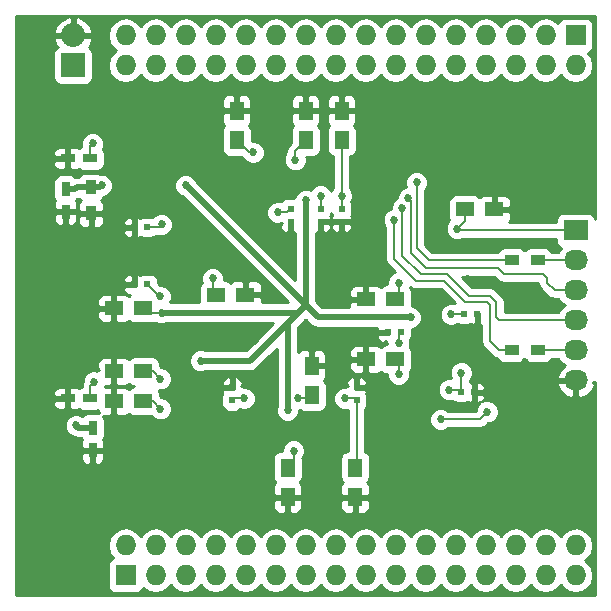
<source format=gbr>
G04 #@! TF.FileFunction,Copper,L2,Bot,Signal*
%FSLAX46Y46*%
G04 Gerber Fmt 4.6, Leading zero omitted, Abs format (unit mm)*
G04 Created by KiCad (PCBNEW (2015-05-28 BZR 5689)-product) date Wed Jul 29 02:52:55 2015*
%MOMM*%
G01*
G04 APERTURE LIST*
%ADD10C,0.100000*%
%ADD11R,1.200000X0.750000*%
%ADD12R,0.750000X1.200000*%
%ADD13R,1.500000X1.250000*%
%ADD14R,1.250000X1.500000*%
%ADD15R,0.600000X0.500000*%
%ADD16R,0.500000X0.600000*%
%ADD17R,1.727200X1.727200*%
%ADD18O,1.727200X1.727200*%
%ADD19R,0.900000X1.200000*%
%ADD20R,1.200000X0.900000*%
%ADD21R,2.032000X2.032000*%
%ADD22O,2.032000X2.032000*%
%ADD23R,2.032000X1.727200*%
%ADD24O,2.032000X1.727200*%
%ADD25C,0.685800*%
%ADD26C,0.203200*%
%ADD27C,0.508000*%
%ADD28C,0.254000*%
G04 APERTURE END LIST*
D10*
D11*
X193863000Y-44704000D03*
X191963000Y-44704000D03*
X193863000Y-65024000D03*
X191963000Y-65024000D03*
D12*
X194056000Y-67503000D03*
X194056000Y-69403000D03*
X191770000Y-47310000D03*
X191770000Y-49210000D03*
D13*
X198354000Y-57404000D03*
X195854000Y-57404000D03*
D14*
X210566000Y-70886000D03*
X210566000Y-73386000D03*
X212090000Y-43160000D03*
X212090000Y-40660000D03*
D15*
X225510000Y-57912000D03*
X226610000Y-57912000D03*
D16*
X210820000Y-48980000D03*
X210820000Y-50080000D03*
X213360000Y-48980000D03*
X213360000Y-50080000D03*
D15*
X225256000Y-64516000D03*
X226356000Y-64516000D03*
D16*
X205867000Y-65193000D03*
X205867000Y-64093000D03*
D15*
X198670000Y-50546000D03*
X197570000Y-50546000D03*
D13*
X204490000Y-56261000D03*
X206990000Y-56261000D03*
D16*
X215138000Y-48980000D03*
X215138000Y-50080000D03*
D15*
X220133000Y-59436000D03*
X219033000Y-59436000D03*
D16*
X216408000Y-65193000D03*
X216408000Y-64093000D03*
D15*
X198670000Y-55372000D03*
X197570000Y-55372000D03*
D13*
X198354000Y-65278000D03*
X195854000Y-65278000D03*
D14*
X206248000Y-43160000D03*
X206248000Y-40660000D03*
D13*
X225572000Y-49022000D03*
X228072000Y-49022000D03*
D14*
X216281000Y-70886000D03*
X216281000Y-73386000D03*
D13*
X198354000Y-62738000D03*
X195854000Y-62738000D03*
D14*
X212598000Y-64750000D03*
X212598000Y-62250000D03*
D13*
X219690000Y-56642000D03*
X217190000Y-56642000D03*
X219690000Y-61722000D03*
X217190000Y-61722000D03*
D14*
X215138000Y-43160000D03*
X215138000Y-40660000D03*
D17*
X196850000Y-80010000D03*
D18*
X196850000Y-77470000D03*
X199390000Y-80010000D03*
X199390000Y-77470000D03*
X201930000Y-80010000D03*
X201930000Y-77470000D03*
X204470000Y-80010000D03*
X204470000Y-77470000D03*
X207010000Y-80010000D03*
X207010000Y-77470000D03*
X209550000Y-80010000D03*
X209550000Y-77470000D03*
X212090000Y-80010000D03*
X212090000Y-77470000D03*
X214630000Y-80010000D03*
X214630000Y-77470000D03*
X217170000Y-80010000D03*
X217170000Y-77470000D03*
X219710000Y-80010000D03*
X219710000Y-77470000D03*
X222250000Y-80010000D03*
X222250000Y-77470000D03*
X224790000Y-80010000D03*
X224790000Y-77470000D03*
X227330000Y-80010000D03*
X227330000Y-77470000D03*
X229870000Y-80010000D03*
X229870000Y-77470000D03*
X232410000Y-80010000D03*
X232410000Y-77470000D03*
X234950000Y-80010000D03*
X234950000Y-77470000D03*
D19*
X193929000Y-49360000D03*
X193929000Y-47160000D03*
D20*
X229532000Y-53340000D03*
X231732000Y-53340000D03*
X229532000Y-60960000D03*
X231732000Y-60960000D03*
D21*
X192405000Y-36830000D03*
D22*
X192405000Y-34290000D03*
D17*
X234950000Y-34290000D03*
D18*
X234950000Y-36830000D03*
X232410000Y-34290000D03*
X232410000Y-36830000D03*
X229870000Y-34290000D03*
X229870000Y-36830000D03*
X227330000Y-34290000D03*
X227330000Y-36830000D03*
X224790000Y-34290000D03*
X224790000Y-36830000D03*
X222250000Y-34290000D03*
X222250000Y-36830000D03*
X219710000Y-34290000D03*
X219710000Y-36830000D03*
X217170000Y-34290000D03*
X217170000Y-36830000D03*
X214630000Y-34290000D03*
X214630000Y-36830000D03*
X212090000Y-34290000D03*
X212090000Y-36830000D03*
X209550000Y-34290000D03*
X209550000Y-36830000D03*
X207010000Y-34290000D03*
X207010000Y-36830000D03*
X204470000Y-34290000D03*
X204470000Y-36830000D03*
X201930000Y-34290000D03*
X201930000Y-36830000D03*
X199390000Y-34290000D03*
X199390000Y-36830000D03*
X196850000Y-34290000D03*
X196850000Y-36830000D03*
D23*
X234950000Y-50800000D03*
D24*
X234950000Y-53340000D03*
X234950000Y-55880000D03*
X234950000Y-58420000D03*
X234950000Y-60960000D03*
X234950000Y-63500000D03*
D25*
X194183000Y-63627000D03*
X194056000Y-43434000D03*
X221361000Y-63627000D03*
X209296000Y-66294000D03*
X218821000Y-66294000D03*
X222631000Y-47498000D03*
X218821000Y-48006000D03*
X198628000Y-69596000D03*
X198755000Y-49276000D03*
X212090000Y-66548000D03*
X210185000Y-47879000D03*
X207137000Y-47942500D03*
X199872600Y-60401200D03*
X199923400Y-54381400D03*
X231140000Y-64897000D03*
X230632000Y-61976000D03*
X225806000Y-54914800D03*
X221462600Y-56210200D03*
X231394000Y-55880000D03*
X224917000Y-50673000D03*
X192659000Y-67310000D03*
X199898000Y-50292000D03*
X199771000Y-56388000D03*
X204216000Y-54864000D03*
X199771000Y-65913000D03*
X199771000Y-63373000D03*
X206883000Y-65024000D03*
X211455000Y-65024000D03*
X215392000Y-65024000D03*
X219964000Y-55245000D03*
X219964000Y-60325000D03*
X219964000Y-62992000D03*
X207645000Y-44196000D03*
X209740500Y-49276000D03*
X213360000Y-47879000D03*
X215138000Y-47879000D03*
X224256600Y-64287400D03*
X225272600Y-62865000D03*
X203200000Y-61849000D03*
X212090000Y-48260000D03*
X210566000Y-66040000D03*
X201930000Y-46990000D03*
X220980000Y-58166000D03*
X194818000Y-46990000D03*
X199898000Y-57785000D03*
X211074000Y-69469000D03*
X224409000Y-57912000D03*
X211201000Y-44831000D03*
X221488000Y-46736000D03*
X219583000Y-49911000D03*
X223520000Y-66802000D03*
X227457000Y-66167000D03*
X220789500Y-48069500D03*
X220281500Y-48895000D03*
D26*
X193863000Y-65024000D02*
X193863000Y-63947000D01*
X193863000Y-63947000D02*
X194183000Y-63627000D01*
X193863000Y-44704000D02*
X193863000Y-43627000D01*
X193863000Y-43627000D02*
X194056000Y-43434000D01*
X225044000Y-50800000D02*
X234950000Y-50800000D01*
X224917000Y-50673000D02*
X225044000Y-50800000D01*
D27*
X194056000Y-67503000D02*
X192852000Y-67503000D01*
X192852000Y-67503000D02*
X192659000Y-67310000D01*
D26*
X199898000Y-50292000D02*
X199644000Y-50546000D01*
X199644000Y-50546000D02*
X198670000Y-50546000D01*
X199771000Y-56388000D02*
X199686000Y-56388000D01*
X199686000Y-56388000D02*
X198670000Y-55372000D01*
X204216000Y-55987000D02*
X204216000Y-54864000D01*
X204490000Y-56261000D02*
X204216000Y-55987000D01*
X199771000Y-65913000D02*
X199136000Y-65278000D01*
X199136000Y-65278000D02*
X198354000Y-65278000D01*
X199771000Y-63373000D02*
X199136000Y-62738000D01*
X199136000Y-62738000D02*
X198354000Y-62738000D01*
X206036000Y-65024000D02*
X206883000Y-65024000D01*
X205867000Y-65193000D02*
X206036000Y-65024000D01*
X212324000Y-65024000D02*
X211455000Y-65024000D01*
X212598000Y-64750000D02*
X212324000Y-65024000D01*
X216408000Y-70759000D02*
X216408000Y-65193000D01*
X216281000Y-70886000D02*
X216408000Y-70759000D01*
X216239000Y-65024000D02*
X215392000Y-65024000D01*
X216408000Y-65193000D02*
X216239000Y-65024000D01*
X219964000Y-56368000D02*
X219964000Y-55245000D01*
X219690000Y-56642000D02*
X219964000Y-56368000D01*
X219964000Y-59605000D02*
X219964000Y-60325000D01*
X220133000Y-59436000D02*
X219964000Y-59605000D01*
X219964000Y-61996000D02*
X219964000Y-62992000D01*
X219690000Y-61722000D02*
X219964000Y-61996000D01*
X207284000Y-44196000D02*
X207645000Y-44196000D01*
X206248000Y-43160000D02*
X207284000Y-44196000D01*
X210524000Y-49276000D02*
X209740500Y-49276000D01*
X210820000Y-48980000D02*
X210524000Y-49276000D01*
X213360000Y-48980000D02*
X213360000Y-47879000D01*
X215138000Y-48980000D02*
X215138000Y-47879000D01*
X215138000Y-43160000D02*
X215138000Y-47879000D01*
X225552000Y-50038000D02*
X224917000Y-50673000D01*
X225552000Y-49042000D02*
X225552000Y-50038000D01*
X225572000Y-49022000D02*
X225552000Y-49042000D01*
X225027400Y-64287400D02*
X225256000Y-64516000D01*
X224256600Y-64287400D02*
X225027400Y-64287400D01*
X225272600Y-64499400D02*
X225272600Y-62865000D01*
X225256000Y-64516000D02*
X225272600Y-64499400D01*
D27*
X212090000Y-57150000D02*
X208407000Y-60833000D01*
X207391000Y-61849000D02*
X203200000Y-61849000D01*
X208407000Y-60833000D02*
X207391000Y-61849000D01*
X212090000Y-57150000D02*
X212090000Y-48260000D01*
X212090000Y-57150000D02*
X210566000Y-58674000D01*
X210566000Y-58674000D02*
X210566000Y-66040000D01*
X212090000Y-57150000D02*
X213106000Y-58166000D01*
X201930000Y-46990000D02*
X212090000Y-57150000D01*
X213106000Y-58166000D02*
X220980000Y-58166000D01*
X193929000Y-47160000D02*
X194648000Y-47160000D01*
X194648000Y-47160000D02*
X194818000Y-46990000D01*
X191770000Y-47310000D02*
X192593000Y-47310000D01*
X192743000Y-47160000D02*
X193929000Y-47160000D01*
X192593000Y-47310000D02*
X192743000Y-47160000D01*
D26*
X198735000Y-57785000D02*
X198354000Y-57404000D01*
X199898000Y-57785000D02*
X198735000Y-57785000D01*
D27*
X211455000Y-57785000D02*
X199898000Y-57785000D01*
X212090000Y-57150000D02*
X211455000Y-57785000D01*
D26*
X211074000Y-70378000D02*
X210566000Y-70886000D01*
X211074000Y-69469000D02*
X211074000Y-70378000D01*
X224409000Y-57912000D02*
X225510000Y-57912000D01*
X211201000Y-44831000D02*
X211201000Y-44049000D01*
X211201000Y-44049000D02*
X212090000Y-43160000D01*
X221488000Y-52070000D02*
X221488000Y-52324000D01*
X222504000Y-53340000D02*
X221488000Y-52324000D01*
X222504000Y-53340000D02*
X229532000Y-53340000D01*
X221488000Y-46736000D02*
X221488000Y-52070000D01*
X221488000Y-52070000D02*
X221488000Y-52197000D01*
X225615500Y-56832500D02*
X225679000Y-56896000D01*
X227711000Y-57150000D02*
X227711000Y-59182000D01*
X227457000Y-56896000D02*
X227711000Y-57150000D01*
X225679000Y-56896000D02*
X227457000Y-56896000D01*
X221424500Y-55054500D02*
X223837500Y-55054500D01*
X223837500Y-55054500D02*
X225615500Y-56832500D01*
X227711000Y-59182000D02*
X227711000Y-60198000D01*
X227711000Y-60198000D02*
X228473000Y-60960000D01*
X219583000Y-53213000D02*
X219583000Y-49911000D01*
X221424500Y-55054500D02*
X219583000Y-53213000D01*
X229532000Y-60960000D02*
X228473000Y-60960000D01*
X223520000Y-66802000D02*
X226822000Y-66802000D01*
X226822000Y-66802000D02*
X227457000Y-66167000D01*
X231732000Y-53340000D02*
X234950000Y-53340000D01*
X222250000Y-53975000D02*
X228346000Y-53975000D01*
X228346000Y-53975000D02*
X228854000Y-54483000D01*
X220980000Y-52705000D02*
X222250000Y-53975000D01*
X220980000Y-48260000D02*
X220980000Y-52705000D01*
X220789500Y-48069500D02*
X220980000Y-48260000D01*
X233172000Y-55880000D02*
X232537000Y-55245000D01*
X232537000Y-55245000D02*
X232537000Y-54864000D01*
X232537000Y-54864000D02*
X232156000Y-54483000D01*
X232156000Y-54483000D02*
X228854000Y-54483000D01*
X234950000Y-55880000D02*
X233172000Y-55880000D01*
X221837250Y-54514750D02*
X224059750Y-54514750D01*
X224059750Y-54514750D02*
X225901250Y-56356250D01*
X225901250Y-56356250D02*
X227679250Y-56356250D01*
X227679250Y-56356250D02*
X228219000Y-56896000D01*
X220281500Y-48895000D02*
X220281500Y-52959000D01*
X220281500Y-52959000D02*
X221837250Y-54514750D01*
X229870000Y-58420000D02*
X234950000Y-58420000D01*
X228473000Y-58420000D02*
X228219000Y-58166000D01*
X228219000Y-58166000D02*
X228219000Y-56896000D01*
X229870000Y-58420000D02*
X228473000Y-58420000D01*
X234950000Y-60960000D02*
X231732000Y-60960000D01*
D28*
G36*
X234020365Y-57150000D02*
X233705585Y-57360330D01*
X233489716Y-57683400D01*
X229870000Y-57683400D01*
X228955600Y-57683400D01*
X228955600Y-56896000D01*
X228899530Y-56614116D01*
X228899530Y-56614115D01*
X228739855Y-56375145D01*
X228200105Y-55835395D01*
X227961135Y-55675720D01*
X227679250Y-55619650D01*
X226206360Y-55619650D01*
X225298310Y-54711600D01*
X228040890Y-54711600D01*
X228333145Y-55003855D01*
X228572115Y-55163530D01*
X228854000Y-55219600D01*
X231800400Y-55219600D01*
X231800400Y-55245000D01*
X231856470Y-55526885D01*
X232016145Y-55765855D01*
X232651145Y-56400855D01*
X232890115Y-56560530D01*
X232890116Y-56560530D01*
X233172000Y-56616600D01*
X233489716Y-56616600D01*
X233705585Y-56939670D01*
X234020365Y-57150000D01*
X234020365Y-57150000D01*
G37*
X234020365Y-57150000D02*
X233705585Y-57360330D01*
X233489716Y-57683400D01*
X229870000Y-57683400D01*
X228955600Y-57683400D01*
X228955600Y-56896000D01*
X228899530Y-56614116D01*
X228899530Y-56614115D01*
X228739855Y-56375145D01*
X228200105Y-55835395D01*
X227961135Y-55675720D01*
X227679250Y-55619650D01*
X226206360Y-55619650D01*
X225298310Y-54711600D01*
X228040890Y-54711600D01*
X228333145Y-55003855D01*
X228572115Y-55163530D01*
X228854000Y-55219600D01*
X231800400Y-55219600D01*
X231800400Y-55245000D01*
X231856470Y-55526885D01*
X232016145Y-55765855D01*
X232651145Y-56400855D01*
X232890115Y-56560530D01*
X232890116Y-56560530D01*
X233172000Y-56616600D01*
X233489716Y-56616600D01*
X233705585Y-56939670D01*
X234020365Y-57150000D01*
G36*
X236601000Y-81661000D02*
X236557358Y-81661000D01*
X236448600Y-81661000D01*
X236448600Y-80039359D01*
X236448600Y-79980641D01*
X236334526Y-79407152D01*
X236009670Y-78920971D01*
X235738827Y-78740000D01*
X236009670Y-78559029D01*
X236334526Y-78072848D01*
X236448600Y-77499359D01*
X236448600Y-77440641D01*
X236334526Y-76867152D01*
X236009670Y-76380971D01*
X235523489Y-76056115D01*
X234950000Y-75942041D01*
X234823000Y-75967302D01*
X234823000Y-64840924D01*
X234823000Y-63627000D01*
X233463783Y-63627000D01*
X233342642Y-63859026D01*
X233345291Y-63874791D01*
X233599268Y-64402036D01*
X234035680Y-64791954D01*
X234588087Y-64985184D01*
X234823000Y-64840924D01*
X234823000Y-75967302D01*
X234376511Y-76056115D01*
X233890330Y-76380971D01*
X233680000Y-76695751D01*
X233469670Y-76380971D01*
X232983489Y-76056115D01*
X232410000Y-75942041D01*
X231836511Y-76056115D01*
X231350330Y-76380971D01*
X231140000Y-76695751D01*
X230929670Y-76380971D01*
X230443489Y-76056115D01*
X229870000Y-75942041D01*
X229296511Y-76056115D01*
X228810330Y-76380971D01*
X228600000Y-76695751D01*
X228435069Y-76448915D01*
X228435069Y-65973337D01*
X228286507Y-65613788D01*
X228011659Y-65338460D01*
X227652370Y-65189270D01*
X227263337Y-65188931D01*
X227037978Y-65282047D01*
X227194327Y-65125699D01*
X227291000Y-64892310D01*
X227291000Y-64799750D01*
X227291000Y-64232250D01*
X227291000Y-64139690D01*
X227194327Y-63906301D01*
X227015698Y-63727673D01*
X226782309Y-63631000D01*
X226641750Y-63631000D01*
X226483000Y-63789750D01*
X226483000Y-64391000D01*
X227132250Y-64391000D01*
X227291000Y-64232250D01*
X227291000Y-64799750D01*
X227132250Y-64641000D01*
X226483000Y-64641000D01*
X226483000Y-65242250D01*
X226641750Y-65401000D01*
X226782309Y-65401000D01*
X226881206Y-65360035D01*
X226628460Y-65612341D01*
X226479270Y-65971630D01*
X226479188Y-66065400D01*
X226250669Y-66065400D01*
X226250669Y-62671337D01*
X226102107Y-62311788D01*
X225827259Y-62036460D01*
X225467970Y-61887270D01*
X225078937Y-61886931D01*
X224719388Y-62035493D01*
X224444060Y-62310341D01*
X224294870Y-62669630D01*
X224294531Y-63058663D01*
X224398225Y-63309623D01*
X224062937Y-63309331D01*
X223703388Y-63457893D01*
X223428060Y-63732741D01*
X223278870Y-64092030D01*
X223278531Y-64481063D01*
X223427093Y-64840612D01*
X223701941Y-65115940D01*
X224061230Y-65265130D01*
X224450263Y-65265469D01*
X224519147Y-65237006D01*
X224706360Y-65363377D01*
X224956000Y-65413440D01*
X225556000Y-65413440D01*
X225798123Y-65366463D01*
X225816758Y-65354221D01*
X225929691Y-65401000D01*
X226070250Y-65401000D01*
X226229000Y-65242250D01*
X226229000Y-64641000D01*
X226209000Y-64641000D01*
X226209000Y-64391000D01*
X226229000Y-64391000D01*
X226229000Y-63789750D01*
X226070250Y-63631000D01*
X226009200Y-63631000D01*
X226009200Y-63511438D01*
X226101140Y-63419659D01*
X226250330Y-63060370D01*
X226250669Y-62671337D01*
X226250669Y-66065400D01*
X224166438Y-66065400D01*
X224074659Y-65973460D01*
X223715370Y-65824270D01*
X223326337Y-65823931D01*
X222966788Y-65972493D01*
X222691460Y-66247341D01*
X222542270Y-66606630D01*
X222541931Y-66995663D01*
X222690493Y-67355212D01*
X222965341Y-67630540D01*
X223324630Y-67779730D01*
X223713663Y-67780069D01*
X224073212Y-67631507D01*
X224166281Y-67538600D01*
X226822000Y-67538600D01*
X227103885Y-67482530D01*
X227342855Y-67322855D01*
X227520754Y-67144955D01*
X227650663Y-67145069D01*
X228010212Y-66996507D01*
X228285540Y-66721659D01*
X228434730Y-66362370D01*
X228435069Y-65973337D01*
X228435069Y-76448915D01*
X228389670Y-76380971D01*
X227903489Y-76056115D01*
X227330000Y-75942041D01*
X226756511Y-76056115D01*
X226270330Y-76380971D01*
X226060000Y-76695751D01*
X225849670Y-76380971D01*
X225363489Y-76056115D01*
X224790000Y-75942041D01*
X224216511Y-76056115D01*
X223730330Y-76380971D01*
X223520000Y-76695751D01*
X223309670Y-76380971D01*
X222823489Y-76056115D01*
X222250000Y-75942041D01*
X221676511Y-76056115D01*
X221190330Y-76380971D01*
X220980000Y-76695751D01*
X220769670Y-76380971D01*
X220283489Y-76056115D01*
X219710000Y-75942041D01*
X219136511Y-76056115D01*
X218650330Y-76380971D01*
X218440000Y-76695751D01*
X218229670Y-76380971D01*
X217743489Y-76056115D01*
X217553440Y-76018311D01*
X217553440Y-71636000D01*
X217553440Y-70136000D01*
X217506463Y-69893877D01*
X217366673Y-69681073D01*
X217155640Y-69538623D01*
X217144600Y-69536409D01*
X217144600Y-65906750D01*
X217255377Y-65742640D01*
X217305440Y-65493000D01*
X217305440Y-64893000D01*
X217258463Y-64650877D01*
X217246221Y-64632241D01*
X217293000Y-64519309D01*
X217293000Y-64378750D01*
X217293000Y-63807250D01*
X217293000Y-63666691D01*
X217196327Y-63433302D01*
X217063000Y-63299974D01*
X217063000Y-62823250D01*
X217063000Y-61849000D01*
X217063000Y-61595000D01*
X217063000Y-60620750D01*
X216904250Y-60462000D01*
X216313691Y-60462000D01*
X216080302Y-60558673D01*
X215901673Y-60737301D01*
X215805000Y-60970690D01*
X215805000Y-61223309D01*
X215805000Y-61436250D01*
X215963750Y-61595000D01*
X217063000Y-61595000D01*
X217063000Y-61849000D01*
X215963750Y-61849000D01*
X215805000Y-62007750D01*
X215805000Y-62220691D01*
X215805000Y-62473310D01*
X215901673Y-62706699D01*
X216080302Y-62885327D01*
X216313691Y-62982000D01*
X216904250Y-62982000D01*
X217063000Y-62823250D01*
X217063000Y-63299974D01*
X217017699Y-63254673D01*
X216784310Y-63158000D01*
X216691750Y-63158000D01*
X216533000Y-63316750D01*
X216533000Y-63966000D01*
X217134250Y-63966000D01*
X217293000Y-63807250D01*
X217293000Y-64378750D01*
X217134250Y-64220000D01*
X216533000Y-64220000D01*
X216533000Y-64240000D01*
X216283000Y-64240000D01*
X216283000Y-64220000D01*
X216261000Y-64220000D01*
X216261000Y-63966000D01*
X216283000Y-63966000D01*
X216283000Y-63316750D01*
X216124250Y-63158000D01*
X216031690Y-63158000D01*
X215798301Y-63254673D01*
X215619673Y-63433302D01*
X215523000Y-63666691D01*
X215523000Y-63807250D01*
X215681748Y-63965998D01*
X215523000Y-63965998D01*
X215523000Y-64046213D01*
X215198337Y-64045931D01*
X214838788Y-64194493D01*
X214563460Y-64469341D01*
X214414270Y-64828630D01*
X214413931Y-65217663D01*
X214562493Y-65577212D01*
X214837341Y-65852540D01*
X215196630Y-66001730D01*
X215585663Y-66002069D01*
X215671400Y-65966643D01*
X215671400Y-69488560D01*
X215656000Y-69488560D01*
X215413877Y-69535537D01*
X215201073Y-69675327D01*
X215058623Y-69886360D01*
X215008560Y-70136000D01*
X215008560Y-71636000D01*
X215055537Y-71878123D01*
X215195327Y-72090927D01*
X215259637Y-72134337D01*
X215117673Y-72276302D01*
X215021000Y-72509691D01*
X215021000Y-73100250D01*
X215179750Y-73259000D01*
X216154000Y-73259000D01*
X216154000Y-73239000D01*
X216408000Y-73239000D01*
X216408000Y-73259000D01*
X217382250Y-73259000D01*
X217541000Y-73100250D01*
X217541000Y-72509691D01*
X217444327Y-72276302D01*
X217302849Y-72134823D01*
X217360927Y-72096673D01*
X217503377Y-71885640D01*
X217553440Y-71636000D01*
X217553440Y-76018311D01*
X217541000Y-76015837D01*
X217541000Y-74262309D01*
X217541000Y-73671750D01*
X217382250Y-73513000D01*
X216408000Y-73513000D01*
X216408000Y-74612250D01*
X216566750Y-74771000D01*
X216779691Y-74771000D01*
X217032310Y-74771000D01*
X217265699Y-74674327D01*
X217444327Y-74495698D01*
X217541000Y-74262309D01*
X217541000Y-76015837D01*
X217170000Y-75942041D01*
X216596511Y-76056115D01*
X216154000Y-76351791D01*
X216154000Y-74612250D01*
X216154000Y-73513000D01*
X215179750Y-73513000D01*
X215021000Y-73671750D01*
X215021000Y-74262309D01*
X215117673Y-74495698D01*
X215296301Y-74674327D01*
X215529690Y-74771000D01*
X215782309Y-74771000D01*
X215995250Y-74771000D01*
X216154000Y-74612250D01*
X216154000Y-76351791D01*
X216110330Y-76380971D01*
X215900000Y-76695751D01*
X215689670Y-76380971D01*
X215203489Y-76056115D01*
X214630000Y-75942041D01*
X214056511Y-76056115D01*
X213570330Y-76380971D01*
X213360000Y-76695751D01*
X213149670Y-76380971D01*
X212663489Y-76056115D01*
X212090000Y-75942041D01*
X212052069Y-75949585D01*
X212052069Y-69275337D01*
X211903507Y-68915788D01*
X211628659Y-68640460D01*
X211269370Y-68491270D01*
X210880337Y-68490931D01*
X210520788Y-68639493D01*
X210245460Y-68914341D01*
X210096270Y-69273630D01*
X210096082Y-69488560D01*
X209941000Y-69488560D01*
X209698877Y-69535537D01*
X209486073Y-69675327D01*
X209343623Y-69886360D01*
X209293560Y-70136000D01*
X209293560Y-71636000D01*
X209340537Y-71878123D01*
X209480327Y-72090927D01*
X209544637Y-72134337D01*
X209402673Y-72276302D01*
X209306000Y-72509691D01*
X209306000Y-73100250D01*
X209464750Y-73259000D01*
X210439000Y-73259000D01*
X210439000Y-73239000D01*
X210693000Y-73239000D01*
X210693000Y-73259000D01*
X211667250Y-73259000D01*
X211826000Y-73100250D01*
X211826000Y-72509691D01*
X211729327Y-72276302D01*
X211587849Y-72134823D01*
X211645927Y-72096673D01*
X211788377Y-71885640D01*
X211838440Y-71636000D01*
X211838440Y-70136000D01*
X211830580Y-70095492D01*
X211902540Y-70023659D01*
X212051730Y-69664370D01*
X212052069Y-69275337D01*
X212052069Y-75949585D01*
X211826000Y-75994553D01*
X211826000Y-74262309D01*
X211826000Y-73671750D01*
X211667250Y-73513000D01*
X210693000Y-73513000D01*
X210693000Y-74612250D01*
X210851750Y-74771000D01*
X211064691Y-74771000D01*
X211317310Y-74771000D01*
X211550699Y-74674327D01*
X211729327Y-74495698D01*
X211826000Y-74262309D01*
X211826000Y-75994553D01*
X211516511Y-76056115D01*
X211030330Y-76380971D01*
X210820000Y-76695751D01*
X210609670Y-76380971D01*
X210439000Y-76266932D01*
X210439000Y-74612250D01*
X210439000Y-73513000D01*
X209464750Y-73513000D01*
X209306000Y-73671750D01*
X209306000Y-74262309D01*
X209402673Y-74495698D01*
X209581301Y-74674327D01*
X209814690Y-74771000D01*
X210067309Y-74771000D01*
X210280250Y-74771000D01*
X210439000Y-74612250D01*
X210439000Y-76266932D01*
X210123489Y-76056115D01*
X209550000Y-75942041D01*
X208976511Y-76056115D01*
X208490330Y-76380971D01*
X208280000Y-76695751D01*
X208069670Y-76380971D01*
X207861069Y-76241588D01*
X207861069Y-64830337D01*
X207712507Y-64470788D01*
X207437659Y-64195460D01*
X207078370Y-64046270D01*
X206752000Y-64045985D01*
X206752000Y-63965998D01*
X206593252Y-63965998D01*
X206752000Y-63807250D01*
X206752000Y-63666691D01*
X206655327Y-63433302D01*
X206476699Y-63254673D01*
X206243310Y-63158000D01*
X206150750Y-63158000D01*
X205992000Y-63316750D01*
X205992000Y-63966000D01*
X206014000Y-63966000D01*
X206014000Y-64220000D01*
X205992000Y-64220000D01*
X205992000Y-64240000D01*
X205742000Y-64240000D01*
X205742000Y-64220000D01*
X205742000Y-63966000D01*
X205742000Y-63316750D01*
X205583250Y-63158000D01*
X205490690Y-63158000D01*
X205257301Y-63254673D01*
X205078673Y-63433302D01*
X204982000Y-63666691D01*
X204982000Y-63807250D01*
X205140750Y-63966000D01*
X205742000Y-63966000D01*
X205742000Y-64220000D01*
X205140750Y-64220000D01*
X204982000Y-64378750D01*
X204982000Y-64519309D01*
X205028150Y-64630726D01*
X205019623Y-64643360D01*
X204969560Y-64893000D01*
X204969560Y-65493000D01*
X205016537Y-65735123D01*
X205156327Y-65947927D01*
X205367360Y-66090377D01*
X205617000Y-66140440D01*
X206117000Y-66140440D01*
X206359123Y-66093463D01*
X206571915Y-65953680D01*
X206687630Y-66001730D01*
X207076663Y-66002069D01*
X207436212Y-65853507D01*
X207711540Y-65578659D01*
X207860730Y-65219370D01*
X207861069Y-64830337D01*
X207861069Y-76241588D01*
X207583489Y-76056115D01*
X207010000Y-75942041D01*
X206436511Y-76056115D01*
X205950330Y-76380971D01*
X205740000Y-76695751D01*
X205529670Y-76380971D01*
X205043489Y-76056115D01*
X204470000Y-75942041D01*
X203896511Y-76056115D01*
X203410330Y-76380971D01*
X203200000Y-76695751D01*
X202989670Y-76380971D01*
X202503489Y-76056115D01*
X201930000Y-75942041D01*
X201356511Y-76056115D01*
X200870330Y-76380971D01*
X200749069Y-76562450D01*
X200749069Y-65719337D01*
X200600507Y-65359788D01*
X200325659Y-65084460D01*
X199966370Y-64935270D01*
X199834865Y-64935155D01*
X199751440Y-64851730D01*
X199751440Y-64653000D01*
X199704463Y-64410877D01*
X199665003Y-64350807D01*
X199964663Y-64351069D01*
X200324212Y-64202507D01*
X200599540Y-63927659D01*
X200748730Y-63568370D01*
X200749069Y-63179337D01*
X200600507Y-62819788D01*
X200325659Y-62544460D01*
X199966370Y-62395270D01*
X199834865Y-62395155D01*
X199751440Y-62311730D01*
X199751440Y-62113000D01*
X199704463Y-61870877D01*
X199564673Y-61658073D01*
X199353640Y-61515623D01*
X199104000Y-61465560D01*
X197604000Y-61465560D01*
X197361877Y-61512537D01*
X197149073Y-61652327D01*
X197105662Y-61716637D01*
X196963698Y-61574673D01*
X196730309Y-61478000D01*
X196139750Y-61478000D01*
X195981000Y-61636750D01*
X195981000Y-62611000D01*
X196001000Y-62611000D01*
X196001000Y-62865000D01*
X195981000Y-62865000D01*
X195981000Y-63839250D01*
X196139750Y-63998000D01*
X196730309Y-63998000D01*
X196963698Y-63901327D01*
X197105176Y-63759849D01*
X197143327Y-63817927D01*
X197354360Y-63960377D01*
X197591631Y-64007959D01*
X197361877Y-64052537D01*
X197149073Y-64192327D01*
X197105662Y-64256637D01*
X196963698Y-64114673D01*
X196730309Y-64018000D01*
X196139750Y-64018000D01*
X195981000Y-64176750D01*
X195981000Y-65151000D01*
X196001000Y-65151000D01*
X196001000Y-65405000D01*
X195981000Y-65405000D01*
X195981000Y-66379250D01*
X196139750Y-66538000D01*
X196730309Y-66538000D01*
X196963698Y-66441327D01*
X197105176Y-66299849D01*
X197143327Y-66357927D01*
X197354360Y-66500377D01*
X197604000Y-66550440D01*
X199025574Y-66550440D01*
X199216341Y-66741540D01*
X199575630Y-66890730D01*
X199964663Y-66891069D01*
X200324212Y-66742507D01*
X200599540Y-66467659D01*
X200748730Y-66108370D01*
X200749069Y-65719337D01*
X200749069Y-76562450D01*
X200660000Y-76695751D01*
X200449670Y-76380971D01*
X199963489Y-76056115D01*
X199390000Y-75942041D01*
X198816511Y-76056115D01*
X198330330Y-76380971D01*
X198120000Y-76695751D01*
X197909670Y-76380971D01*
X197423489Y-76056115D01*
X196850000Y-75942041D01*
X196276511Y-76056115D01*
X195796069Y-76377136D01*
X195796069Y-46796337D01*
X195647507Y-46436788D01*
X195372659Y-46161460D01*
X195110440Y-46052577D01*
X195110440Y-45079000D01*
X195110440Y-44329000D01*
X195063463Y-44086877D01*
X194928848Y-43881951D01*
X195033730Y-43629370D01*
X195034069Y-43240337D01*
X194885507Y-42880788D01*
X194610659Y-42605460D01*
X194251370Y-42456270D01*
X194068440Y-42456110D01*
X194068440Y-37846000D01*
X194068440Y-35814000D01*
X194021463Y-35571877D01*
X193881673Y-35359073D01*
X193721956Y-35251262D01*
X193811385Y-35154818D01*
X194010975Y-34672944D01*
X194010975Y-33907056D01*
X193811385Y-33425182D01*
X193373379Y-32952812D01*
X192787946Y-32684017D01*
X192532000Y-32802633D01*
X192532000Y-34163000D01*
X193891836Y-34163000D01*
X194010975Y-33907056D01*
X194010975Y-34672944D01*
X193891836Y-34417000D01*
X192532000Y-34417000D01*
X192532000Y-34437000D01*
X192278000Y-34437000D01*
X192278000Y-34417000D01*
X192278000Y-34163000D01*
X192278000Y-32802633D01*
X192022054Y-32684017D01*
X191436621Y-32952812D01*
X190998615Y-33425182D01*
X190799025Y-33907056D01*
X190918164Y-34163000D01*
X192278000Y-34163000D01*
X192278000Y-34417000D01*
X190918164Y-34417000D01*
X190799025Y-34672944D01*
X190998615Y-35154818D01*
X191088574Y-35251835D01*
X190934073Y-35353327D01*
X190791623Y-35564360D01*
X190741560Y-35814000D01*
X190741560Y-37846000D01*
X190788537Y-38088123D01*
X190928327Y-38300927D01*
X191139360Y-38443377D01*
X191389000Y-38493440D01*
X193421000Y-38493440D01*
X193663123Y-38446463D01*
X193875927Y-38306673D01*
X194018377Y-38095640D01*
X194068440Y-37846000D01*
X194068440Y-42456110D01*
X193862337Y-42455931D01*
X193502788Y-42604493D01*
X193227460Y-42879341D01*
X193078270Y-43238630D01*
X193077931Y-43627663D01*
X193112283Y-43710802D01*
X193020877Y-43728537D01*
X192924120Y-43792095D01*
X192922698Y-43790673D01*
X192689309Y-43694000D01*
X192248750Y-43694000D01*
X192090000Y-43852750D01*
X192090000Y-44577000D01*
X192110000Y-44577000D01*
X192110000Y-44831000D01*
X192090000Y-44831000D01*
X192090000Y-45555250D01*
X192248750Y-45714000D01*
X192689309Y-45714000D01*
X192922698Y-45617327D01*
X192923980Y-45616044D01*
X193013360Y-45676377D01*
X193263000Y-45726440D01*
X194463000Y-45726440D01*
X194705123Y-45679463D01*
X194917927Y-45539673D01*
X195060377Y-45328640D01*
X195110440Y-45079000D01*
X195110440Y-46052577D01*
X195013370Y-46012270D01*
X194701787Y-46011998D01*
X194628640Y-45962623D01*
X194379000Y-45912560D01*
X193479000Y-45912560D01*
X193236877Y-45959537D01*
X193024073Y-46099327D01*
X192908191Y-46271000D01*
X192743000Y-46271000D01*
X192630796Y-46293318D01*
X192605673Y-46255073D01*
X192394640Y-46112623D01*
X192145000Y-46062560D01*
X191836000Y-46062560D01*
X191836000Y-45555250D01*
X191836000Y-44831000D01*
X191836000Y-44577000D01*
X191836000Y-43852750D01*
X191677250Y-43694000D01*
X191236691Y-43694000D01*
X191003302Y-43790673D01*
X190824673Y-43969301D01*
X190728000Y-44202690D01*
X190728000Y-44418250D01*
X190886750Y-44577000D01*
X191836000Y-44577000D01*
X191836000Y-44831000D01*
X190886750Y-44831000D01*
X190728000Y-44989750D01*
X190728000Y-45205310D01*
X190824673Y-45438699D01*
X191003302Y-45617327D01*
X191236691Y-45714000D01*
X191677250Y-45714000D01*
X191836000Y-45555250D01*
X191836000Y-46062560D01*
X191395000Y-46062560D01*
X191152877Y-46109537D01*
X190940073Y-46249327D01*
X190797623Y-46460360D01*
X190747560Y-46710000D01*
X190747560Y-47910000D01*
X190794537Y-48152123D01*
X190858095Y-48248879D01*
X190856673Y-48250302D01*
X190760000Y-48483691D01*
X190760000Y-48924250D01*
X190918750Y-49083000D01*
X191643000Y-49083000D01*
X191643000Y-49063000D01*
X191897000Y-49063000D01*
X191897000Y-49083000D01*
X192621250Y-49083000D01*
X192780000Y-48924250D01*
X192780000Y-48483691D01*
X192683327Y-48250302D01*
X192682044Y-48249019D01*
X192734855Y-48170783D01*
X192933205Y-48131329D01*
X192933206Y-48131329D01*
X192954197Y-48117302D01*
X193018327Y-48214927D01*
X193082637Y-48258337D01*
X192940673Y-48400302D01*
X192844000Y-48633691D01*
X192844000Y-49074250D01*
X193002750Y-49233000D01*
X193802000Y-49233000D01*
X193802000Y-49213000D01*
X194056000Y-49213000D01*
X194056000Y-49233000D01*
X194855250Y-49233000D01*
X195014000Y-49074250D01*
X195014000Y-48633691D01*
X194917327Y-48400302D01*
X194775849Y-48258823D01*
X194833927Y-48220673D01*
X194976377Y-48009640D01*
X194981798Y-47982603D01*
X194988205Y-47981329D01*
X194988206Y-47981329D01*
X195008055Y-47968065D01*
X195011663Y-47968069D01*
X195371212Y-47819507D01*
X195646540Y-47544659D01*
X195795730Y-47185370D01*
X195796069Y-46796337D01*
X195796069Y-76377136D01*
X195790330Y-76380971D01*
X195727000Y-76475750D01*
X195727000Y-66379250D01*
X195727000Y-65405000D01*
X195707000Y-65405000D01*
X195707000Y-65151000D01*
X195727000Y-65151000D01*
X195727000Y-64176750D01*
X195568250Y-64018000D01*
X195079497Y-64018000D01*
X195087801Y-63998000D01*
X195568250Y-63998000D01*
X195727000Y-63839250D01*
X195727000Y-62865000D01*
X195707000Y-62865000D01*
X195707000Y-62611000D01*
X195727000Y-62611000D01*
X195727000Y-61636750D01*
X195727000Y-58505250D01*
X195727000Y-57531000D01*
X195727000Y-57277000D01*
X195727000Y-56302750D01*
X195568250Y-56144000D01*
X195014000Y-56144000D01*
X195014000Y-50086309D01*
X195014000Y-49645750D01*
X194855250Y-49487000D01*
X194056000Y-49487000D01*
X194056000Y-50436250D01*
X194214750Y-50595000D01*
X194252691Y-50595000D01*
X194505310Y-50595000D01*
X194738699Y-50498327D01*
X194917327Y-50319698D01*
X195014000Y-50086309D01*
X195014000Y-56144000D01*
X194977691Y-56144000D01*
X194744302Y-56240673D01*
X194565673Y-56419301D01*
X194469000Y-56652690D01*
X194469000Y-56905309D01*
X194469000Y-57118250D01*
X194627750Y-57277000D01*
X195727000Y-57277000D01*
X195727000Y-57531000D01*
X194627750Y-57531000D01*
X194469000Y-57689750D01*
X194469000Y-57902691D01*
X194469000Y-58155310D01*
X194565673Y-58388699D01*
X194744302Y-58567327D01*
X194977691Y-58664000D01*
X195568250Y-58664000D01*
X195727000Y-58505250D01*
X195727000Y-61636750D01*
X195568250Y-61478000D01*
X194977691Y-61478000D01*
X194744302Y-61574673D01*
X194565673Y-61753301D01*
X194469000Y-61986690D01*
X194469000Y-62239309D01*
X194469000Y-62452250D01*
X194627748Y-62610998D01*
X194469000Y-62610998D01*
X194469000Y-62686902D01*
X194378370Y-62649270D01*
X193989337Y-62648931D01*
X193802000Y-62726336D01*
X193802000Y-50436250D01*
X193802000Y-49487000D01*
X193002750Y-49487000D01*
X192844000Y-49645750D01*
X192844000Y-50086309D01*
X192940673Y-50319698D01*
X193119301Y-50498327D01*
X193352690Y-50595000D01*
X193605309Y-50595000D01*
X193643250Y-50595000D01*
X193802000Y-50436250D01*
X193802000Y-62726336D01*
X193629788Y-62797493D01*
X193354460Y-63072341D01*
X193205270Y-63431630D01*
X193205096Y-63631252D01*
X193182470Y-63665115D01*
X193126400Y-63947000D01*
X193126400Y-64028063D01*
X193020877Y-64048537D01*
X192924120Y-64112095D01*
X192922698Y-64110673D01*
X192780000Y-64051565D01*
X192780000Y-49936309D01*
X192780000Y-49495750D01*
X192621250Y-49337000D01*
X191897000Y-49337000D01*
X191897000Y-50286250D01*
X192055750Y-50445000D01*
X192271310Y-50445000D01*
X192504699Y-50348327D01*
X192683327Y-50169698D01*
X192780000Y-49936309D01*
X192780000Y-64051565D01*
X192689309Y-64014000D01*
X192248750Y-64014000D01*
X192090000Y-64172750D01*
X192090000Y-64897000D01*
X192110000Y-64897000D01*
X192110000Y-65151000D01*
X192090000Y-65151000D01*
X192090000Y-65875250D01*
X192248750Y-66034000D01*
X192689309Y-66034000D01*
X192922698Y-65937327D01*
X192923980Y-65936044D01*
X193013360Y-65996377D01*
X193263000Y-66046440D01*
X194463000Y-66046440D01*
X194475121Y-66044088D01*
X194565673Y-66262699D01*
X194590525Y-66287551D01*
X194431000Y-66255560D01*
X193681000Y-66255560D01*
X193438877Y-66302537D01*
X193226073Y-66442327D01*
X193202722Y-66476918D01*
X192854370Y-66332270D01*
X192465337Y-66331931D01*
X192105788Y-66480493D01*
X191836000Y-66749810D01*
X191836000Y-65875250D01*
X191836000Y-65151000D01*
X191836000Y-64897000D01*
X191836000Y-64172750D01*
X191677250Y-64014000D01*
X191643000Y-64014000D01*
X191643000Y-50286250D01*
X191643000Y-49337000D01*
X190918750Y-49337000D01*
X190760000Y-49495750D01*
X190760000Y-49936309D01*
X190856673Y-50169698D01*
X191035301Y-50348327D01*
X191268690Y-50445000D01*
X191484250Y-50445000D01*
X191643000Y-50286250D01*
X191643000Y-64014000D01*
X191236691Y-64014000D01*
X191003302Y-64110673D01*
X190824673Y-64289301D01*
X190728000Y-64522690D01*
X190728000Y-64738250D01*
X190886750Y-64897000D01*
X191836000Y-64897000D01*
X191836000Y-65151000D01*
X190886750Y-65151000D01*
X190728000Y-65309750D01*
X190728000Y-65525310D01*
X190824673Y-65758699D01*
X191003302Y-65937327D01*
X191236691Y-66034000D01*
X191677250Y-66034000D01*
X191836000Y-65875250D01*
X191836000Y-66749810D01*
X191830460Y-66755341D01*
X191681270Y-67114630D01*
X191680931Y-67503663D01*
X191829493Y-67863212D01*
X192104341Y-68138540D01*
X192446168Y-68280479D01*
X192446170Y-68280480D01*
X192511794Y-68324329D01*
X192511795Y-68324329D01*
X192852000Y-68392000D01*
X193111330Y-68392000D01*
X193144095Y-68441879D01*
X193142673Y-68443302D01*
X193046000Y-68676691D01*
X193046000Y-69117250D01*
X193204750Y-69276000D01*
X193929000Y-69276000D01*
X193929000Y-69256000D01*
X194183000Y-69256000D01*
X194183000Y-69276000D01*
X194907250Y-69276000D01*
X195066000Y-69117250D01*
X195066000Y-68676691D01*
X194969327Y-68443302D01*
X194968044Y-68442019D01*
X195028377Y-68352640D01*
X195078440Y-68103000D01*
X195078440Y-66903000D01*
X195031463Y-66660877D01*
X194940673Y-66522666D01*
X194977691Y-66538000D01*
X195568250Y-66538000D01*
X195727000Y-66379250D01*
X195727000Y-76475750D01*
X195465474Y-76867152D01*
X195351400Y-77440641D01*
X195351400Y-77499359D01*
X195465474Y-78072848D01*
X195777300Y-78539529D01*
X195744277Y-78545937D01*
X195531473Y-78685727D01*
X195389023Y-78896760D01*
X195338960Y-79146400D01*
X195338960Y-80873600D01*
X195385937Y-81115723D01*
X195525727Y-81328527D01*
X195736760Y-81470977D01*
X195986400Y-81521040D01*
X197713600Y-81521040D01*
X197955723Y-81474063D01*
X198168527Y-81334273D01*
X198310977Y-81123240D01*
X198319179Y-81082340D01*
X198330330Y-81099029D01*
X198816511Y-81423885D01*
X199390000Y-81537959D01*
X199963489Y-81423885D01*
X200449670Y-81099029D01*
X200660000Y-80784248D01*
X200870330Y-81099029D01*
X201356511Y-81423885D01*
X201930000Y-81537959D01*
X202503489Y-81423885D01*
X202989670Y-81099029D01*
X203200000Y-80784248D01*
X203410330Y-81099029D01*
X203896511Y-81423885D01*
X204470000Y-81537959D01*
X205043489Y-81423885D01*
X205529670Y-81099029D01*
X205740000Y-80784248D01*
X205950330Y-81099029D01*
X206436511Y-81423885D01*
X207010000Y-81537959D01*
X207583489Y-81423885D01*
X208069670Y-81099029D01*
X208280000Y-80784248D01*
X208490330Y-81099029D01*
X208976511Y-81423885D01*
X209550000Y-81537959D01*
X210123489Y-81423885D01*
X210609670Y-81099029D01*
X210820000Y-80784248D01*
X211030330Y-81099029D01*
X211516511Y-81423885D01*
X212090000Y-81537959D01*
X212663489Y-81423885D01*
X213149670Y-81099029D01*
X213360000Y-80784248D01*
X213570330Y-81099029D01*
X214056511Y-81423885D01*
X214630000Y-81537959D01*
X215203489Y-81423885D01*
X215689670Y-81099029D01*
X215900000Y-80784248D01*
X216110330Y-81099029D01*
X216596511Y-81423885D01*
X217170000Y-81537959D01*
X217743489Y-81423885D01*
X218229670Y-81099029D01*
X218440000Y-80784248D01*
X218650330Y-81099029D01*
X219136511Y-81423885D01*
X219710000Y-81537959D01*
X220283489Y-81423885D01*
X220769670Y-81099029D01*
X220980000Y-80784248D01*
X221190330Y-81099029D01*
X221676511Y-81423885D01*
X222250000Y-81537959D01*
X222823489Y-81423885D01*
X223309670Y-81099029D01*
X223520000Y-80784248D01*
X223730330Y-81099029D01*
X224216511Y-81423885D01*
X224790000Y-81537959D01*
X225363489Y-81423885D01*
X225849670Y-81099029D01*
X226060000Y-80784248D01*
X226270330Y-81099029D01*
X226756511Y-81423885D01*
X227330000Y-81537959D01*
X227903489Y-81423885D01*
X228389670Y-81099029D01*
X228600000Y-80784248D01*
X228810330Y-81099029D01*
X229296511Y-81423885D01*
X229870000Y-81537959D01*
X230443489Y-81423885D01*
X230929670Y-81099029D01*
X231140000Y-80784248D01*
X231350330Y-81099029D01*
X231836511Y-81423885D01*
X232410000Y-81537959D01*
X232983489Y-81423885D01*
X233469670Y-81099029D01*
X233680000Y-80784248D01*
X233890330Y-81099029D01*
X234376511Y-81423885D01*
X234950000Y-81537959D01*
X235523489Y-81423885D01*
X236009670Y-81099029D01*
X236334526Y-80612848D01*
X236448600Y-80039359D01*
X236448600Y-81661000D01*
X195066000Y-81661000D01*
X195066000Y-70129309D01*
X195066000Y-69688750D01*
X194907250Y-69530000D01*
X194183000Y-69530000D01*
X194183000Y-70479250D01*
X194341750Y-70638000D01*
X194557310Y-70638000D01*
X194790699Y-70541327D01*
X194969327Y-70362698D01*
X195066000Y-70129309D01*
X195066000Y-81661000D01*
X193929000Y-81661000D01*
X193929000Y-70479250D01*
X193929000Y-69530000D01*
X193204750Y-69530000D01*
X193046000Y-69688750D01*
X193046000Y-70129309D01*
X193142673Y-70362698D01*
X193321301Y-70541327D01*
X193554690Y-70638000D01*
X193770250Y-70638000D01*
X193929000Y-70479250D01*
X193929000Y-81661000D01*
X187579000Y-81661000D01*
X187579000Y-32639000D01*
X236601000Y-32639000D01*
X236601000Y-49872283D01*
X236566463Y-49694277D01*
X236461040Y-49533790D01*
X236461040Y-35153600D01*
X236461040Y-33426400D01*
X236414063Y-33184277D01*
X236274273Y-32971473D01*
X236063240Y-32829023D01*
X235813600Y-32778960D01*
X234086400Y-32778960D01*
X233844277Y-32825937D01*
X233631473Y-32965727D01*
X233489023Y-33176760D01*
X233480820Y-33217659D01*
X233469670Y-33200971D01*
X232983489Y-32876115D01*
X232410000Y-32762041D01*
X231836511Y-32876115D01*
X231350330Y-33200971D01*
X231140000Y-33515751D01*
X230929670Y-33200971D01*
X230443489Y-32876115D01*
X229870000Y-32762041D01*
X229296511Y-32876115D01*
X228810330Y-33200971D01*
X228600000Y-33515751D01*
X228389670Y-33200971D01*
X227903489Y-32876115D01*
X227330000Y-32762041D01*
X226756511Y-32876115D01*
X226270330Y-33200971D01*
X226060000Y-33515751D01*
X225849670Y-33200971D01*
X225363489Y-32876115D01*
X224790000Y-32762041D01*
X224216511Y-32876115D01*
X223730330Y-33200971D01*
X223520000Y-33515751D01*
X223309670Y-33200971D01*
X222823489Y-32876115D01*
X222250000Y-32762041D01*
X221676511Y-32876115D01*
X221190330Y-33200971D01*
X220980000Y-33515751D01*
X220769670Y-33200971D01*
X220283489Y-32876115D01*
X219710000Y-32762041D01*
X219136511Y-32876115D01*
X218650330Y-33200971D01*
X218440000Y-33515751D01*
X218229670Y-33200971D01*
X217743489Y-32876115D01*
X217170000Y-32762041D01*
X216596511Y-32876115D01*
X216110330Y-33200971D01*
X215900000Y-33515751D01*
X215689670Y-33200971D01*
X215203489Y-32876115D01*
X214630000Y-32762041D01*
X214056511Y-32876115D01*
X213570330Y-33200971D01*
X213360000Y-33515751D01*
X213149670Y-33200971D01*
X212663489Y-32876115D01*
X212090000Y-32762041D01*
X211516511Y-32876115D01*
X211030330Y-33200971D01*
X210820000Y-33515751D01*
X210609670Y-33200971D01*
X210123489Y-32876115D01*
X209550000Y-32762041D01*
X208976511Y-32876115D01*
X208490330Y-33200971D01*
X208280000Y-33515751D01*
X208069670Y-33200971D01*
X207583489Y-32876115D01*
X207010000Y-32762041D01*
X206436511Y-32876115D01*
X205950330Y-33200971D01*
X205740000Y-33515751D01*
X205529670Y-33200971D01*
X205043489Y-32876115D01*
X204470000Y-32762041D01*
X203896511Y-32876115D01*
X203410330Y-33200971D01*
X203200000Y-33515751D01*
X202989670Y-33200971D01*
X202503489Y-32876115D01*
X201930000Y-32762041D01*
X201356511Y-32876115D01*
X200870330Y-33200971D01*
X200660000Y-33515751D01*
X200449670Y-33200971D01*
X199963489Y-32876115D01*
X199390000Y-32762041D01*
X198816511Y-32876115D01*
X198330330Y-33200971D01*
X198120000Y-33515751D01*
X197909670Y-33200971D01*
X197423489Y-32876115D01*
X196850000Y-32762041D01*
X196276511Y-32876115D01*
X195790330Y-33200971D01*
X195465474Y-33687152D01*
X195351400Y-34260641D01*
X195351400Y-34319359D01*
X195465474Y-34892848D01*
X195790330Y-35379029D01*
X196061172Y-35560000D01*
X195790330Y-35740971D01*
X195465474Y-36227152D01*
X195351400Y-36800641D01*
X195351400Y-36859359D01*
X195465474Y-37432848D01*
X195790330Y-37919029D01*
X196276511Y-38243885D01*
X196850000Y-38357959D01*
X197423489Y-38243885D01*
X197909670Y-37919029D01*
X198120000Y-37604248D01*
X198330330Y-37919029D01*
X198816511Y-38243885D01*
X199390000Y-38357959D01*
X199963489Y-38243885D01*
X200449670Y-37919029D01*
X200660000Y-37604248D01*
X200870330Y-37919029D01*
X201356511Y-38243885D01*
X201930000Y-38357959D01*
X202503489Y-38243885D01*
X202989670Y-37919029D01*
X203200000Y-37604248D01*
X203410330Y-37919029D01*
X203896511Y-38243885D01*
X204470000Y-38357959D01*
X205043489Y-38243885D01*
X205529670Y-37919029D01*
X205740000Y-37604248D01*
X205950330Y-37919029D01*
X206436511Y-38243885D01*
X207010000Y-38357959D01*
X207583489Y-38243885D01*
X208069670Y-37919029D01*
X208280000Y-37604248D01*
X208490330Y-37919029D01*
X208976511Y-38243885D01*
X209550000Y-38357959D01*
X210123489Y-38243885D01*
X210609670Y-37919029D01*
X210820000Y-37604248D01*
X211030330Y-37919029D01*
X211516511Y-38243885D01*
X212090000Y-38357959D01*
X212663489Y-38243885D01*
X213149670Y-37919029D01*
X213360000Y-37604248D01*
X213570330Y-37919029D01*
X214056511Y-38243885D01*
X214630000Y-38357959D01*
X215203489Y-38243885D01*
X215689670Y-37919029D01*
X215900000Y-37604248D01*
X216110330Y-37919029D01*
X216596511Y-38243885D01*
X217170000Y-38357959D01*
X217743489Y-38243885D01*
X218229670Y-37919029D01*
X218440000Y-37604248D01*
X218650330Y-37919029D01*
X219136511Y-38243885D01*
X219710000Y-38357959D01*
X220283489Y-38243885D01*
X220769670Y-37919029D01*
X220980000Y-37604248D01*
X221190330Y-37919029D01*
X221676511Y-38243885D01*
X222250000Y-38357959D01*
X222823489Y-38243885D01*
X223309670Y-37919029D01*
X223520000Y-37604248D01*
X223730330Y-37919029D01*
X224216511Y-38243885D01*
X224790000Y-38357959D01*
X225363489Y-38243885D01*
X225849670Y-37919029D01*
X226060000Y-37604248D01*
X226270330Y-37919029D01*
X226756511Y-38243885D01*
X227330000Y-38357959D01*
X227903489Y-38243885D01*
X228389670Y-37919029D01*
X228600000Y-37604248D01*
X228810330Y-37919029D01*
X229296511Y-38243885D01*
X229870000Y-38357959D01*
X230443489Y-38243885D01*
X230929670Y-37919029D01*
X231140000Y-37604248D01*
X231350330Y-37919029D01*
X231836511Y-38243885D01*
X232410000Y-38357959D01*
X232983489Y-38243885D01*
X233469670Y-37919029D01*
X233680000Y-37604248D01*
X233890330Y-37919029D01*
X234376511Y-38243885D01*
X234950000Y-38357959D01*
X235523489Y-38243885D01*
X236009670Y-37919029D01*
X236334526Y-37432848D01*
X236448600Y-36859359D01*
X236448600Y-36800641D01*
X236334526Y-36227152D01*
X236022699Y-35760470D01*
X236055723Y-35754063D01*
X236268527Y-35614273D01*
X236410977Y-35403240D01*
X236461040Y-35153600D01*
X236461040Y-49533790D01*
X236426673Y-49481473D01*
X236215640Y-49339023D01*
X235966000Y-49288960D01*
X233934000Y-49288960D01*
X233691877Y-49335937D01*
X233479073Y-49475727D01*
X233336623Y-49686760D01*
X233286560Y-49936400D01*
X233286560Y-50063400D01*
X229303625Y-50063400D01*
X229360327Y-50006699D01*
X229457000Y-49773310D01*
X229457000Y-49520691D01*
X229457000Y-49307750D01*
X229457000Y-48736250D01*
X229457000Y-48523309D01*
X229457000Y-48270690D01*
X229360327Y-48037301D01*
X229181698Y-47858673D01*
X228948309Y-47762000D01*
X228357750Y-47762000D01*
X228199000Y-47920750D01*
X228199000Y-48895000D01*
X229298250Y-48895000D01*
X229457000Y-48736250D01*
X229457000Y-49307750D01*
X229298250Y-49149000D01*
X228199000Y-49149000D01*
X228199000Y-49169000D01*
X227945000Y-49169000D01*
X227945000Y-49149000D01*
X227925000Y-49149000D01*
X227925000Y-48895000D01*
X227945000Y-48895000D01*
X227945000Y-47920750D01*
X227786250Y-47762000D01*
X227195691Y-47762000D01*
X226962302Y-47858673D01*
X226820823Y-48000150D01*
X226782673Y-47942073D01*
X226571640Y-47799623D01*
X226322000Y-47749560D01*
X224822000Y-47749560D01*
X224579877Y-47796537D01*
X224367073Y-47936327D01*
X224224623Y-48147360D01*
X224174560Y-48397000D01*
X224174560Y-49647000D01*
X224221537Y-49889123D01*
X224259771Y-49947328D01*
X224088460Y-50118341D01*
X223939270Y-50477630D01*
X223938931Y-50866663D01*
X224087493Y-51226212D01*
X224362341Y-51501540D01*
X224721630Y-51650730D01*
X225110663Y-51651069D01*
X225387700Y-51536600D01*
X233286560Y-51536600D01*
X233286560Y-51663600D01*
X233333537Y-51905723D01*
X233473327Y-52118527D01*
X233684360Y-52260977D01*
X233722962Y-52268718D01*
X233705585Y-52280330D01*
X233489716Y-52603400D01*
X232903246Y-52603400D01*
X232792673Y-52435073D01*
X232581640Y-52292623D01*
X232332000Y-52242560D01*
X231132000Y-52242560D01*
X230889877Y-52289537D01*
X230677073Y-52429327D01*
X230632386Y-52495528D01*
X230592673Y-52435073D01*
X230381640Y-52292623D01*
X230132000Y-52242560D01*
X228932000Y-52242560D01*
X228689877Y-52289537D01*
X228477073Y-52429327D01*
X228359571Y-52603400D01*
X222809110Y-52603400D01*
X222224600Y-52018890D01*
X222224600Y-47382438D01*
X222316540Y-47290659D01*
X222465730Y-46931370D01*
X222466069Y-46542337D01*
X222317507Y-46182788D01*
X222042659Y-45907460D01*
X221683370Y-45758270D01*
X221294337Y-45757931D01*
X220934788Y-45906493D01*
X220659460Y-46181341D01*
X220510270Y-46540630D01*
X220509931Y-46929663D01*
X220579552Y-47098159D01*
X220236288Y-47239993D01*
X219960960Y-47514841D01*
X219811770Y-47874130D01*
X219811633Y-48031055D01*
X219728288Y-48065493D01*
X219452960Y-48340341D01*
X219303770Y-48699630D01*
X219303535Y-48968383D01*
X219029788Y-49081493D01*
X218754460Y-49356341D01*
X218605270Y-49715630D01*
X218604931Y-50104663D01*
X218753493Y-50464212D01*
X218846400Y-50557281D01*
X218846400Y-53213000D01*
X218902470Y-53494885D01*
X219062145Y-53733855D01*
X219646421Y-54318131D01*
X219410788Y-54415493D01*
X219135460Y-54690341D01*
X218986270Y-55049630D01*
X218985991Y-55369560D01*
X218940000Y-55369560D01*
X218697877Y-55416537D01*
X218485073Y-55556327D01*
X218441662Y-55620637D01*
X218299698Y-55478673D01*
X218066309Y-55382000D01*
X217475750Y-55382000D01*
X217317000Y-55540750D01*
X217317000Y-56515000D01*
X217337000Y-56515000D01*
X217337000Y-56769000D01*
X217317000Y-56769000D01*
X217317000Y-56789000D01*
X217063000Y-56789000D01*
X217063000Y-56769000D01*
X217063000Y-56515000D01*
X217063000Y-55540750D01*
X216904250Y-55382000D01*
X216313691Y-55382000D01*
X216080302Y-55478673D01*
X216023000Y-55535974D01*
X216023000Y-50506309D01*
X216023000Y-50365750D01*
X215864250Y-50207000D01*
X215263000Y-50207000D01*
X215263000Y-50856250D01*
X215421750Y-51015000D01*
X215514310Y-51015000D01*
X215747699Y-50918327D01*
X215926327Y-50739698D01*
X216023000Y-50506309D01*
X216023000Y-55535974D01*
X215901673Y-55657301D01*
X215805000Y-55890690D01*
X215805000Y-56143309D01*
X215805000Y-56356250D01*
X215963750Y-56515000D01*
X217063000Y-56515000D01*
X217063000Y-56769000D01*
X215963750Y-56769000D01*
X215805000Y-56927750D01*
X215805000Y-57140691D01*
X215805000Y-57277000D01*
X215013000Y-57277000D01*
X215013000Y-50856250D01*
X215013000Y-50207000D01*
X214411750Y-50207000D01*
X214253000Y-50365750D01*
X214253000Y-50506309D01*
X214349673Y-50739698D01*
X214528301Y-50918327D01*
X214761690Y-51015000D01*
X214854250Y-51015000D01*
X215013000Y-50856250D01*
X215013000Y-57277000D01*
X214245000Y-57277000D01*
X214245000Y-50506309D01*
X214245000Y-50365750D01*
X214086250Y-50207000D01*
X213485000Y-50207000D01*
X213485000Y-50856250D01*
X213643750Y-51015000D01*
X213736310Y-51015000D01*
X213969699Y-50918327D01*
X214148327Y-50739698D01*
X214245000Y-50506309D01*
X214245000Y-57277000D01*
X213474236Y-57277000D01*
X212979000Y-56781764D01*
X212979000Y-51013057D01*
X212983690Y-51015000D01*
X213076250Y-51015000D01*
X213235000Y-50856250D01*
X213235000Y-50207000D01*
X213213000Y-50207000D01*
X213213000Y-49953000D01*
X213235000Y-49953000D01*
X213235000Y-49933000D01*
X213485000Y-49933000D01*
X213485000Y-49953000D01*
X214086250Y-49953000D01*
X214245000Y-49794250D01*
X214245000Y-49653691D01*
X214198849Y-49542273D01*
X214207377Y-49529640D01*
X214248860Y-49322781D01*
X214287537Y-49522123D01*
X214299778Y-49540758D01*
X214253000Y-49653691D01*
X214253000Y-49794250D01*
X214411750Y-49953000D01*
X215013000Y-49953000D01*
X215013000Y-49933000D01*
X215263000Y-49933000D01*
X215263000Y-49953000D01*
X215864250Y-49953000D01*
X216023000Y-49794250D01*
X216023000Y-49653691D01*
X215976849Y-49542273D01*
X215985377Y-49529640D01*
X216035440Y-49280000D01*
X216035440Y-48680000D01*
X215988463Y-48437877D01*
X215973957Y-48415795D01*
X216115730Y-48074370D01*
X216116069Y-47685337D01*
X215967507Y-47325788D01*
X215874600Y-47232718D01*
X215874600Y-44535787D01*
X216005123Y-44510463D01*
X216217927Y-44370673D01*
X216360377Y-44159640D01*
X216410440Y-43910000D01*
X216410440Y-42410000D01*
X216363463Y-42167877D01*
X216223673Y-41955073D01*
X216159362Y-41911662D01*
X216301327Y-41769698D01*
X216398000Y-41536309D01*
X216398000Y-40945750D01*
X216398000Y-40374250D01*
X216398000Y-39783691D01*
X216301327Y-39550302D01*
X216122699Y-39371673D01*
X215889310Y-39275000D01*
X215636691Y-39275000D01*
X215423750Y-39275000D01*
X215265000Y-39433750D01*
X215265000Y-40533000D01*
X216239250Y-40533000D01*
X216398000Y-40374250D01*
X216398000Y-40945750D01*
X216239250Y-40787000D01*
X215265000Y-40787000D01*
X215265000Y-40807000D01*
X215011000Y-40807000D01*
X215011000Y-40787000D01*
X215011000Y-40533000D01*
X215011000Y-39433750D01*
X214852250Y-39275000D01*
X214639309Y-39275000D01*
X214386690Y-39275000D01*
X214153301Y-39371673D01*
X213974673Y-39550302D01*
X213878000Y-39783691D01*
X213878000Y-40374250D01*
X214036750Y-40533000D01*
X215011000Y-40533000D01*
X215011000Y-40787000D01*
X214036750Y-40787000D01*
X213878000Y-40945750D01*
X213878000Y-41536309D01*
X213974673Y-41769698D01*
X214116150Y-41911176D01*
X214058073Y-41949327D01*
X213915623Y-42160360D01*
X213865560Y-42410000D01*
X213865560Y-43910000D01*
X213912537Y-44152123D01*
X214052327Y-44364927D01*
X214263360Y-44507377D01*
X214401400Y-44535059D01*
X214401400Y-47232561D01*
X214309460Y-47324341D01*
X214249035Y-47469858D01*
X214189507Y-47325788D01*
X213914659Y-47050460D01*
X213555370Y-46901270D01*
X213362440Y-46901101D01*
X213362440Y-43910000D01*
X213362440Y-42410000D01*
X213315463Y-42167877D01*
X213175673Y-41955073D01*
X213111362Y-41911662D01*
X213253327Y-41769698D01*
X213350000Y-41536309D01*
X213350000Y-40945750D01*
X213350000Y-40374250D01*
X213350000Y-39783691D01*
X213253327Y-39550302D01*
X213074699Y-39371673D01*
X212841310Y-39275000D01*
X212588691Y-39275000D01*
X212375750Y-39275000D01*
X212217000Y-39433750D01*
X212217000Y-40533000D01*
X213191250Y-40533000D01*
X213350000Y-40374250D01*
X213350000Y-40945750D01*
X213191250Y-40787000D01*
X212217000Y-40787000D01*
X212217000Y-40807000D01*
X211963000Y-40807000D01*
X211963000Y-40787000D01*
X211963000Y-40533000D01*
X211963000Y-39433750D01*
X211804250Y-39275000D01*
X211591309Y-39275000D01*
X211338690Y-39275000D01*
X211105301Y-39371673D01*
X210926673Y-39550302D01*
X210830000Y-39783691D01*
X210830000Y-40374250D01*
X210988750Y-40533000D01*
X211963000Y-40533000D01*
X211963000Y-40787000D01*
X210988750Y-40787000D01*
X210830000Y-40945750D01*
X210830000Y-41536309D01*
X210926673Y-41769698D01*
X211068150Y-41911176D01*
X211010073Y-41949327D01*
X210867623Y-42160360D01*
X210817560Y-42410000D01*
X210817560Y-43390730D01*
X210680145Y-43528145D01*
X210520470Y-43767115D01*
X210464400Y-44049000D01*
X210464400Y-44184561D01*
X210372460Y-44276341D01*
X210223270Y-44635630D01*
X210222931Y-45024663D01*
X210371493Y-45384212D01*
X210646341Y-45659540D01*
X211005630Y-45808730D01*
X211394663Y-45809069D01*
X211754212Y-45660507D01*
X212029540Y-45385659D01*
X212178730Y-45026370D01*
X212179069Y-44637337D01*
X212146056Y-44557440D01*
X212715000Y-44557440D01*
X212957123Y-44510463D01*
X213169927Y-44370673D01*
X213312377Y-44159640D01*
X213362440Y-43910000D01*
X213362440Y-46901101D01*
X213166337Y-46900931D01*
X212806788Y-47049493D01*
X212531460Y-47324341D01*
X212510169Y-47375614D01*
X212285370Y-47282270D01*
X211896337Y-47281931D01*
X211536788Y-47430493D01*
X211261460Y-47705341D01*
X211121313Y-48042850D01*
X211070000Y-48032560D01*
X210570000Y-48032560D01*
X210327877Y-48079537D01*
X210115073Y-48219327D01*
X210034219Y-48339108D01*
X209935870Y-48298270D01*
X209546837Y-48297931D01*
X209187288Y-48446493D01*
X208911960Y-48721341D01*
X208762770Y-49080630D01*
X208762431Y-49469663D01*
X208910993Y-49829212D01*
X209185841Y-50104540D01*
X209545130Y-50253730D01*
X209934163Y-50254069D01*
X210048074Y-50207002D01*
X210093748Y-50207002D01*
X209935000Y-50365750D01*
X209935000Y-50506309D01*
X210031673Y-50739698D01*
X210210301Y-50918327D01*
X210443690Y-51015000D01*
X210536250Y-51015000D01*
X210695000Y-50856250D01*
X210695000Y-50207000D01*
X210673000Y-50207000D01*
X210673000Y-49982962D01*
X210805885Y-49956530D01*
X210841099Y-49933000D01*
X210945000Y-49933000D01*
X210945000Y-49953000D01*
X210967000Y-49953000D01*
X210967000Y-50207000D01*
X210945000Y-50207000D01*
X210945000Y-50856250D01*
X211103750Y-51015000D01*
X211196310Y-51015000D01*
X211201000Y-51013057D01*
X211201000Y-55003764D01*
X210695000Y-54497764D01*
X208623069Y-52425833D01*
X208623069Y-44002337D01*
X208474507Y-43642788D01*
X208199659Y-43367460D01*
X207840370Y-43218270D01*
X207520440Y-43217991D01*
X207520440Y-42410000D01*
X207473463Y-42167877D01*
X207333673Y-41955073D01*
X207269362Y-41911662D01*
X207411327Y-41769698D01*
X207508000Y-41536309D01*
X207508000Y-40945750D01*
X207508000Y-40374250D01*
X207508000Y-39783691D01*
X207411327Y-39550302D01*
X207232699Y-39371673D01*
X206999310Y-39275000D01*
X206746691Y-39275000D01*
X206533750Y-39275000D01*
X206375000Y-39433750D01*
X206375000Y-40533000D01*
X207349250Y-40533000D01*
X207508000Y-40374250D01*
X207508000Y-40945750D01*
X207349250Y-40787000D01*
X206375000Y-40787000D01*
X206375000Y-40807000D01*
X206121000Y-40807000D01*
X206121000Y-40787000D01*
X206121000Y-40533000D01*
X206121000Y-39433750D01*
X205962250Y-39275000D01*
X205749309Y-39275000D01*
X205496690Y-39275000D01*
X205263301Y-39371673D01*
X205084673Y-39550302D01*
X204988000Y-39783691D01*
X204988000Y-40374250D01*
X205146750Y-40533000D01*
X206121000Y-40533000D01*
X206121000Y-40787000D01*
X205146750Y-40787000D01*
X204988000Y-40945750D01*
X204988000Y-41536309D01*
X205084673Y-41769698D01*
X205226150Y-41911176D01*
X205168073Y-41949327D01*
X205025623Y-42160360D01*
X204975560Y-42410000D01*
X204975560Y-43910000D01*
X205022537Y-44152123D01*
X205162327Y-44364927D01*
X205373360Y-44507377D01*
X205623000Y-44557440D01*
X206603730Y-44557440D01*
X206763145Y-44716855D01*
X206823350Y-44757082D01*
X207090341Y-45024540D01*
X207449630Y-45173730D01*
X207838663Y-45174069D01*
X208198212Y-45025507D01*
X208473540Y-44750659D01*
X208622730Y-44391370D01*
X208623069Y-44002337D01*
X208623069Y-52425833D01*
X202847863Y-46650627D01*
X202759507Y-46436788D01*
X202484659Y-46161460D01*
X202125370Y-46012270D01*
X201736337Y-46011931D01*
X201376788Y-46160493D01*
X201101460Y-46435341D01*
X200952270Y-46794630D01*
X200951931Y-47183663D01*
X201100493Y-47543212D01*
X201375341Y-47818540D01*
X201590749Y-47907985D01*
X210578764Y-56896000D01*
X208375000Y-56896000D01*
X208375000Y-56759691D01*
X208375000Y-56546750D01*
X208375000Y-55975250D01*
X208375000Y-55762309D01*
X208375000Y-55509690D01*
X208278327Y-55276301D01*
X208099698Y-55097673D01*
X207866309Y-55001000D01*
X207275750Y-55001000D01*
X207117000Y-55159750D01*
X207117000Y-56134000D01*
X208216250Y-56134000D01*
X208375000Y-55975250D01*
X208375000Y-56546750D01*
X208216250Y-56388000D01*
X207117000Y-56388000D01*
X207117000Y-56408000D01*
X206863000Y-56408000D01*
X206863000Y-56388000D01*
X206843000Y-56388000D01*
X206843000Y-56134000D01*
X206863000Y-56134000D01*
X206863000Y-55159750D01*
X206704250Y-55001000D01*
X206113691Y-55001000D01*
X205880302Y-55097673D01*
X205738823Y-55239150D01*
X205700673Y-55181073D01*
X205489640Y-55038623D01*
X205240000Y-54988560D01*
X205193791Y-54988560D01*
X205194069Y-54670337D01*
X205045507Y-54310788D01*
X204770659Y-54035460D01*
X204411370Y-53886270D01*
X204022337Y-53885931D01*
X203662788Y-54034493D01*
X203387460Y-54309341D01*
X203238270Y-54668630D01*
X203237931Y-55057663D01*
X203286233Y-55174564D01*
X203285073Y-55175327D01*
X203142623Y-55386360D01*
X203092560Y-55636000D01*
X203092560Y-56886000D01*
X203094500Y-56896000D01*
X200876069Y-56896000D01*
X200876069Y-50098337D01*
X200727507Y-49738788D01*
X200452659Y-49463460D01*
X200093370Y-49314270D01*
X199704337Y-49313931D01*
X199344788Y-49462493D01*
X199126880Y-49680020D01*
X198970000Y-49648560D01*
X198370000Y-49648560D01*
X198127877Y-49695537D01*
X198109241Y-49707778D01*
X197996309Y-49661000D01*
X197855750Y-49661000D01*
X197697000Y-49819750D01*
X197697000Y-50421000D01*
X197717000Y-50421000D01*
X197717000Y-50671000D01*
X197697000Y-50671000D01*
X197697000Y-51272250D01*
X197855750Y-51431000D01*
X197996309Y-51431000D01*
X198107726Y-51384849D01*
X198120360Y-51393377D01*
X198370000Y-51443440D01*
X198970000Y-51443440D01*
X199212123Y-51396463D01*
X199385458Y-51282600D01*
X199644000Y-51282600D01*
X199708675Y-51269735D01*
X200091663Y-51270069D01*
X200451212Y-51121507D01*
X200726540Y-50846659D01*
X200875730Y-50487370D01*
X200876069Y-50098337D01*
X200876069Y-56896000D01*
X200618914Y-56896000D01*
X200748730Y-56583370D01*
X200749069Y-56194337D01*
X200600507Y-55834788D01*
X200325659Y-55559460D01*
X199966370Y-55410270D01*
X199749791Y-55410081D01*
X199617440Y-55277730D01*
X199617440Y-55122000D01*
X199570463Y-54879877D01*
X199430673Y-54667073D01*
X199219640Y-54524623D01*
X198970000Y-54474560D01*
X198370000Y-54474560D01*
X198127877Y-54521537D01*
X198109241Y-54533778D01*
X197996309Y-54487000D01*
X197855750Y-54487000D01*
X197697000Y-54645750D01*
X197697000Y-55247000D01*
X197717000Y-55247000D01*
X197717000Y-55497000D01*
X197697000Y-55497000D01*
X197697000Y-55519000D01*
X197443000Y-55519000D01*
X197443000Y-55497000D01*
X197443000Y-55247000D01*
X197443000Y-54645750D01*
X197443000Y-51272250D01*
X197443000Y-50671000D01*
X197443000Y-50421000D01*
X197443000Y-49819750D01*
X197284250Y-49661000D01*
X197143691Y-49661000D01*
X196910302Y-49757673D01*
X196731673Y-49936301D01*
X196635000Y-50169690D01*
X196635000Y-50262250D01*
X196793750Y-50421000D01*
X197443000Y-50421000D01*
X197443000Y-50671000D01*
X196793750Y-50671000D01*
X196635000Y-50829750D01*
X196635000Y-50922310D01*
X196731673Y-51155699D01*
X196910302Y-51334327D01*
X197143691Y-51431000D01*
X197284250Y-51431000D01*
X197443000Y-51272250D01*
X197443000Y-54645750D01*
X197284250Y-54487000D01*
X197143691Y-54487000D01*
X196910302Y-54583673D01*
X196731673Y-54762301D01*
X196635000Y-54995690D01*
X196635000Y-55088250D01*
X196793750Y-55247000D01*
X197443000Y-55247000D01*
X197443000Y-55497000D01*
X196793750Y-55497000D01*
X196635000Y-55655750D01*
X196635000Y-55748310D01*
X196731673Y-55981699D01*
X196910302Y-56160327D01*
X197143691Y-56257000D01*
X197242431Y-56257000D01*
X197149073Y-56318327D01*
X197105662Y-56382637D01*
X196963698Y-56240673D01*
X196730309Y-56144000D01*
X196139750Y-56144000D01*
X195981000Y-56302750D01*
X195981000Y-57277000D01*
X196001000Y-57277000D01*
X196001000Y-57531000D01*
X195981000Y-57531000D01*
X195981000Y-58505250D01*
X196139750Y-58664000D01*
X196730309Y-58664000D01*
X196963698Y-58567327D01*
X197105176Y-58425849D01*
X197143327Y-58483927D01*
X197354360Y-58626377D01*
X197604000Y-58676440D01*
X199104000Y-58676440D01*
X199346123Y-58629463D01*
X199359897Y-58620414D01*
X199702630Y-58762730D01*
X200091663Y-58763069D01*
X200307227Y-58674000D01*
X209308764Y-58674000D01*
X207778382Y-60204382D01*
X207022764Y-60960000D01*
X203609055Y-60960000D01*
X203395370Y-60871270D01*
X203006337Y-60870931D01*
X202646788Y-61019493D01*
X202371460Y-61294341D01*
X202222270Y-61653630D01*
X202221931Y-62042663D01*
X202370493Y-62402212D01*
X202645341Y-62677540D01*
X203004630Y-62826730D01*
X203393663Y-62827069D01*
X203609227Y-62738000D01*
X207391000Y-62738000D01*
X207731205Y-62670329D01*
X207731206Y-62670329D01*
X208019618Y-62477618D01*
X209035618Y-61461618D01*
X209677000Y-60820236D01*
X209677000Y-65630944D01*
X209588270Y-65844630D01*
X209587931Y-66233663D01*
X209736493Y-66593212D01*
X210011341Y-66868540D01*
X210370630Y-67017730D01*
X210759663Y-67018069D01*
X211119212Y-66869507D01*
X211394540Y-66594659D01*
X211543730Y-66235370D01*
X211543933Y-66001977D01*
X211582079Y-66002010D01*
X211723360Y-66097377D01*
X211973000Y-66147440D01*
X213223000Y-66147440D01*
X213465123Y-66100463D01*
X213677927Y-65960673D01*
X213820377Y-65749640D01*
X213870440Y-65500000D01*
X213870440Y-64000000D01*
X213823463Y-63757877D01*
X213683673Y-63545073D01*
X213619362Y-63501662D01*
X213761327Y-63359698D01*
X213858000Y-63126309D01*
X213858000Y-62535750D01*
X213858000Y-61964250D01*
X213858000Y-61373691D01*
X213761327Y-61140302D01*
X213582699Y-60961673D01*
X213349310Y-60865000D01*
X213096691Y-60865000D01*
X212883750Y-60865000D01*
X212725000Y-61023750D01*
X212725000Y-62123000D01*
X213699250Y-62123000D01*
X213858000Y-61964250D01*
X213858000Y-62535750D01*
X213699250Y-62377000D01*
X212725000Y-62377000D01*
X212725000Y-62397000D01*
X212471000Y-62397000D01*
X212471000Y-62377000D01*
X212451000Y-62377000D01*
X212451000Y-62123000D01*
X212471000Y-62123000D01*
X212471000Y-61023750D01*
X212312250Y-60865000D01*
X212099309Y-60865000D01*
X211846690Y-60865000D01*
X211613301Y-60961673D01*
X211455000Y-61119974D01*
X211455000Y-59042236D01*
X212083618Y-58413618D01*
X212090000Y-58407236D01*
X212477382Y-58794618D01*
X212765794Y-58987329D01*
X212765795Y-58987329D01*
X213106000Y-59055000D01*
X218099942Y-59055000D01*
X218098000Y-59059690D01*
X218098000Y-59152250D01*
X218256750Y-59311000D01*
X218906000Y-59311000D01*
X218906000Y-59289000D01*
X219160000Y-59289000D01*
X219160000Y-59311000D01*
X219180000Y-59311000D01*
X219180000Y-59561000D01*
X219160000Y-59561000D01*
X219160000Y-59583000D01*
X218906000Y-59583000D01*
X218906000Y-59561000D01*
X218256750Y-59561000D01*
X218098000Y-59719750D01*
X218098000Y-59812310D01*
X218194673Y-60045699D01*
X218373302Y-60224327D01*
X218606691Y-60321000D01*
X218747250Y-60321000D01*
X218905998Y-60162252D01*
X218905998Y-60321000D01*
X218906000Y-60321000D01*
X218986103Y-60321000D01*
X218985991Y-60449560D01*
X218940000Y-60449560D01*
X218906000Y-60456156D01*
X218697877Y-60496537D01*
X218485073Y-60636327D01*
X218441662Y-60700637D01*
X218299698Y-60558673D01*
X218066309Y-60462000D01*
X217475750Y-60462000D01*
X217317000Y-60620750D01*
X217317000Y-61595000D01*
X217337000Y-61595000D01*
X217337000Y-61849000D01*
X217317000Y-61849000D01*
X217317000Y-62823250D01*
X217475750Y-62982000D01*
X218066309Y-62982000D01*
X218299698Y-62885327D01*
X218441176Y-62743849D01*
X218479327Y-62801927D01*
X218690360Y-62944377D01*
X218940000Y-62994440D01*
X218986097Y-62994440D01*
X218985931Y-63185663D01*
X219134493Y-63545212D01*
X219409341Y-63820540D01*
X219768630Y-63969730D01*
X220157663Y-63970069D01*
X220517212Y-63821507D01*
X220792540Y-63546659D01*
X220941730Y-63187370D01*
X220942069Y-62798337D01*
X220926562Y-62760807D01*
X221037377Y-62596640D01*
X221087440Y-62347000D01*
X221087440Y-61097000D01*
X221040463Y-60854877D01*
X220900673Y-60642073D01*
X220893269Y-60637075D01*
X220941730Y-60520370D01*
X220942069Y-60131337D01*
X220925441Y-60091096D01*
X221030377Y-59935640D01*
X221080440Y-59686000D01*
X221080440Y-59186000D01*
X221072287Y-59143980D01*
X221173663Y-59144069D01*
X221533212Y-58995507D01*
X221808540Y-58720659D01*
X221957730Y-58361370D01*
X221958069Y-57972337D01*
X221809507Y-57612788D01*
X221534659Y-57337460D01*
X221175370Y-57188270D01*
X221087440Y-57188193D01*
X221087440Y-56017000D01*
X221040463Y-55774877D01*
X220913898Y-55582206D01*
X221142615Y-55735030D01*
X221424500Y-55791100D01*
X223532390Y-55791100D01*
X224726111Y-56984821D01*
X224604370Y-56934270D01*
X224215337Y-56933931D01*
X223855788Y-57082493D01*
X223580460Y-57357341D01*
X223431270Y-57716630D01*
X223430931Y-58105663D01*
X223579493Y-58465212D01*
X223854341Y-58740540D01*
X224213630Y-58889730D01*
X224602663Y-58890069D01*
X224944641Y-58748766D01*
X224960360Y-58759377D01*
X225210000Y-58809440D01*
X225810000Y-58809440D01*
X226052123Y-58762463D01*
X226070758Y-58750221D01*
X226183691Y-58797000D01*
X226324250Y-58797000D01*
X226483000Y-58638250D01*
X226483000Y-58037000D01*
X226463000Y-58037000D01*
X226463000Y-57787000D01*
X226483000Y-57787000D01*
X226483000Y-57765000D01*
X226737000Y-57765000D01*
X226737000Y-57787000D01*
X226757000Y-57787000D01*
X226757000Y-58037000D01*
X226737000Y-58037000D01*
X226737000Y-58638250D01*
X226895750Y-58797000D01*
X226974400Y-58797000D01*
X226974400Y-59182000D01*
X226974400Y-60198000D01*
X227030470Y-60479885D01*
X227190145Y-60718855D01*
X227952145Y-61480855D01*
X228191115Y-61640530D01*
X228191116Y-61640530D01*
X228343882Y-61670917D01*
X228471327Y-61864927D01*
X228682360Y-62007377D01*
X228932000Y-62057440D01*
X230132000Y-62057440D01*
X230374123Y-62010463D01*
X230586927Y-61870673D01*
X230631613Y-61804471D01*
X230671327Y-61864927D01*
X230882360Y-62007377D01*
X231132000Y-62057440D01*
X232332000Y-62057440D01*
X232574123Y-62010463D01*
X232786927Y-61870673D01*
X232904428Y-61696600D01*
X233489716Y-61696600D01*
X233705585Y-62019670D01*
X234015069Y-62226460D01*
X233599268Y-62597964D01*
X233345291Y-63125209D01*
X233342642Y-63140974D01*
X233463783Y-63373000D01*
X234823000Y-63373000D01*
X234823000Y-63353000D01*
X235077000Y-63353000D01*
X235077000Y-63373000D01*
X235097000Y-63373000D01*
X235097000Y-63627000D01*
X235077000Y-63627000D01*
X235077000Y-64840924D01*
X235311913Y-64985184D01*
X235864320Y-64791954D01*
X236300732Y-64402036D01*
X236554709Y-63874791D01*
X236557358Y-63859026D01*
X236436218Y-63627002D01*
X236601000Y-63627002D01*
X236601000Y-81661000D01*
X236601000Y-81661000D01*
G37*
X236601000Y-81661000D02*
X236557358Y-81661000D01*
X236448600Y-81661000D01*
X236448600Y-80039359D01*
X236448600Y-79980641D01*
X236334526Y-79407152D01*
X236009670Y-78920971D01*
X235738827Y-78740000D01*
X236009670Y-78559029D01*
X236334526Y-78072848D01*
X236448600Y-77499359D01*
X236448600Y-77440641D01*
X236334526Y-76867152D01*
X236009670Y-76380971D01*
X235523489Y-76056115D01*
X234950000Y-75942041D01*
X234823000Y-75967302D01*
X234823000Y-64840924D01*
X234823000Y-63627000D01*
X233463783Y-63627000D01*
X233342642Y-63859026D01*
X233345291Y-63874791D01*
X233599268Y-64402036D01*
X234035680Y-64791954D01*
X234588087Y-64985184D01*
X234823000Y-64840924D01*
X234823000Y-75967302D01*
X234376511Y-76056115D01*
X233890330Y-76380971D01*
X233680000Y-76695751D01*
X233469670Y-76380971D01*
X232983489Y-76056115D01*
X232410000Y-75942041D01*
X231836511Y-76056115D01*
X231350330Y-76380971D01*
X231140000Y-76695751D01*
X230929670Y-76380971D01*
X230443489Y-76056115D01*
X229870000Y-75942041D01*
X229296511Y-76056115D01*
X228810330Y-76380971D01*
X228600000Y-76695751D01*
X228435069Y-76448915D01*
X228435069Y-65973337D01*
X228286507Y-65613788D01*
X228011659Y-65338460D01*
X227652370Y-65189270D01*
X227263337Y-65188931D01*
X227037978Y-65282047D01*
X227194327Y-65125699D01*
X227291000Y-64892310D01*
X227291000Y-64799750D01*
X227291000Y-64232250D01*
X227291000Y-64139690D01*
X227194327Y-63906301D01*
X227015698Y-63727673D01*
X226782309Y-63631000D01*
X226641750Y-63631000D01*
X226483000Y-63789750D01*
X226483000Y-64391000D01*
X227132250Y-64391000D01*
X227291000Y-64232250D01*
X227291000Y-64799750D01*
X227132250Y-64641000D01*
X226483000Y-64641000D01*
X226483000Y-65242250D01*
X226641750Y-65401000D01*
X226782309Y-65401000D01*
X226881206Y-65360035D01*
X226628460Y-65612341D01*
X226479270Y-65971630D01*
X226479188Y-66065400D01*
X226250669Y-66065400D01*
X226250669Y-62671337D01*
X226102107Y-62311788D01*
X225827259Y-62036460D01*
X225467970Y-61887270D01*
X225078937Y-61886931D01*
X224719388Y-62035493D01*
X224444060Y-62310341D01*
X224294870Y-62669630D01*
X224294531Y-63058663D01*
X224398225Y-63309623D01*
X224062937Y-63309331D01*
X223703388Y-63457893D01*
X223428060Y-63732741D01*
X223278870Y-64092030D01*
X223278531Y-64481063D01*
X223427093Y-64840612D01*
X223701941Y-65115940D01*
X224061230Y-65265130D01*
X224450263Y-65265469D01*
X224519147Y-65237006D01*
X224706360Y-65363377D01*
X224956000Y-65413440D01*
X225556000Y-65413440D01*
X225798123Y-65366463D01*
X225816758Y-65354221D01*
X225929691Y-65401000D01*
X226070250Y-65401000D01*
X226229000Y-65242250D01*
X226229000Y-64641000D01*
X226209000Y-64641000D01*
X226209000Y-64391000D01*
X226229000Y-64391000D01*
X226229000Y-63789750D01*
X226070250Y-63631000D01*
X226009200Y-63631000D01*
X226009200Y-63511438D01*
X226101140Y-63419659D01*
X226250330Y-63060370D01*
X226250669Y-62671337D01*
X226250669Y-66065400D01*
X224166438Y-66065400D01*
X224074659Y-65973460D01*
X223715370Y-65824270D01*
X223326337Y-65823931D01*
X222966788Y-65972493D01*
X222691460Y-66247341D01*
X222542270Y-66606630D01*
X222541931Y-66995663D01*
X222690493Y-67355212D01*
X222965341Y-67630540D01*
X223324630Y-67779730D01*
X223713663Y-67780069D01*
X224073212Y-67631507D01*
X224166281Y-67538600D01*
X226822000Y-67538600D01*
X227103885Y-67482530D01*
X227342855Y-67322855D01*
X227520754Y-67144955D01*
X227650663Y-67145069D01*
X228010212Y-66996507D01*
X228285540Y-66721659D01*
X228434730Y-66362370D01*
X228435069Y-65973337D01*
X228435069Y-76448915D01*
X228389670Y-76380971D01*
X227903489Y-76056115D01*
X227330000Y-75942041D01*
X226756511Y-76056115D01*
X226270330Y-76380971D01*
X226060000Y-76695751D01*
X225849670Y-76380971D01*
X225363489Y-76056115D01*
X224790000Y-75942041D01*
X224216511Y-76056115D01*
X223730330Y-76380971D01*
X223520000Y-76695751D01*
X223309670Y-76380971D01*
X222823489Y-76056115D01*
X222250000Y-75942041D01*
X221676511Y-76056115D01*
X221190330Y-76380971D01*
X220980000Y-76695751D01*
X220769670Y-76380971D01*
X220283489Y-76056115D01*
X219710000Y-75942041D01*
X219136511Y-76056115D01*
X218650330Y-76380971D01*
X218440000Y-76695751D01*
X218229670Y-76380971D01*
X217743489Y-76056115D01*
X217553440Y-76018311D01*
X217553440Y-71636000D01*
X217553440Y-70136000D01*
X217506463Y-69893877D01*
X217366673Y-69681073D01*
X217155640Y-69538623D01*
X217144600Y-69536409D01*
X217144600Y-65906750D01*
X217255377Y-65742640D01*
X217305440Y-65493000D01*
X217305440Y-64893000D01*
X217258463Y-64650877D01*
X217246221Y-64632241D01*
X217293000Y-64519309D01*
X217293000Y-64378750D01*
X217293000Y-63807250D01*
X217293000Y-63666691D01*
X217196327Y-63433302D01*
X217063000Y-63299974D01*
X217063000Y-62823250D01*
X217063000Y-61849000D01*
X217063000Y-61595000D01*
X217063000Y-60620750D01*
X216904250Y-60462000D01*
X216313691Y-60462000D01*
X216080302Y-60558673D01*
X215901673Y-60737301D01*
X215805000Y-60970690D01*
X215805000Y-61223309D01*
X215805000Y-61436250D01*
X215963750Y-61595000D01*
X217063000Y-61595000D01*
X217063000Y-61849000D01*
X215963750Y-61849000D01*
X215805000Y-62007750D01*
X215805000Y-62220691D01*
X215805000Y-62473310D01*
X215901673Y-62706699D01*
X216080302Y-62885327D01*
X216313691Y-62982000D01*
X216904250Y-62982000D01*
X217063000Y-62823250D01*
X217063000Y-63299974D01*
X217017699Y-63254673D01*
X216784310Y-63158000D01*
X216691750Y-63158000D01*
X216533000Y-63316750D01*
X216533000Y-63966000D01*
X217134250Y-63966000D01*
X217293000Y-63807250D01*
X217293000Y-64378750D01*
X217134250Y-64220000D01*
X216533000Y-64220000D01*
X216533000Y-64240000D01*
X216283000Y-64240000D01*
X216283000Y-64220000D01*
X216261000Y-64220000D01*
X216261000Y-63966000D01*
X216283000Y-63966000D01*
X216283000Y-63316750D01*
X216124250Y-63158000D01*
X216031690Y-63158000D01*
X215798301Y-63254673D01*
X215619673Y-63433302D01*
X215523000Y-63666691D01*
X215523000Y-63807250D01*
X215681748Y-63965998D01*
X215523000Y-63965998D01*
X215523000Y-64046213D01*
X215198337Y-64045931D01*
X214838788Y-64194493D01*
X214563460Y-64469341D01*
X214414270Y-64828630D01*
X214413931Y-65217663D01*
X214562493Y-65577212D01*
X214837341Y-65852540D01*
X215196630Y-66001730D01*
X215585663Y-66002069D01*
X215671400Y-65966643D01*
X215671400Y-69488560D01*
X215656000Y-69488560D01*
X215413877Y-69535537D01*
X215201073Y-69675327D01*
X215058623Y-69886360D01*
X215008560Y-70136000D01*
X215008560Y-71636000D01*
X215055537Y-71878123D01*
X215195327Y-72090927D01*
X215259637Y-72134337D01*
X215117673Y-72276302D01*
X215021000Y-72509691D01*
X215021000Y-73100250D01*
X215179750Y-73259000D01*
X216154000Y-73259000D01*
X216154000Y-73239000D01*
X216408000Y-73239000D01*
X216408000Y-73259000D01*
X217382250Y-73259000D01*
X217541000Y-73100250D01*
X217541000Y-72509691D01*
X217444327Y-72276302D01*
X217302849Y-72134823D01*
X217360927Y-72096673D01*
X217503377Y-71885640D01*
X217553440Y-71636000D01*
X217553440Y-76018311D01*
X217541000Y-76015837D01*
X217541000Y-74262309D01*
X217541000Y-73671750D01*
X217382250Y-73513000D01*
X216408000Y-73513000D01*
X216408000Y-74612250D01*
X216566750Y-74771000D01*
X216779691Y-74771000D01*
X217032310Y-74771000D01*
X217265699Y-74674327D01*
X217444327Y-74495698D01*
X217541000Y-74262309D01*
X217541000Y-76015837D01*
X217170000Y-75942041D01*
X216596511Y-76056115D01*
X216154000Y-76351791D01*
X216154000Y-74612250D01*
X216154000Y-73513000D01*
X215179750Y-73513000D01*
X215021000Y-73671750D01*
X215021000Y-74262309D01*
X215117673Y-74495698D01*
X215296301Y-74674327D01*
X215529690Y-74771000D01*
X215782309Y-74771000D01*
X215995250Y-74771000D01*
X216154000Y-74612250D01*
X216154000Y-76351791D01*
X216110330Y-76380971D01*
X215900000Y-76695751D01*
X215689670Y-76380971D01*
X215203489Y-76056115D01*
X214630000Y-75942041D01*
X214056511Y-76056115D01*
X213570330Y-76380971D01*
X213360000Y-76695751D01*
X213149670Y-76380971D01*
X212663489Y-76056115D01*
X212090000Y-75942041D01*
X212052069Y-75949585D01*
X212052069Y-69275337D01*
X211903507Y-68915788D01*
X211628659Y-68640460D01*
X211269370Y-68491270D01*
X210880337Y-68490931D01*
X210520788Y-68639493D01*
X210245460Y-68914341D01*
X210096270Y-69273630D01*
X210096082Y-69488560D01*
X209941000Y-69488560D01*
X209698877Y-69535537D01*
X209486073Y-69675327D01*
X209343623Y-69886360D01*
X209293560Y-70136000D01*
X209293560Y-71636000D01*
X209340537Y-71878123D01*
X209480327Y-72090927D01*
X209544637Y-72134337D01*
X209402673Y-72276302D01*
X209306000Y-72509691D01*
X209306000Y-73100250D01*
X209464750Y-73259000D01*
X210439000Y-73259000D01*
X210439000Y-73239000D01*
X210693000Y-73239000D01*
X210693000Y-73259000D01*
X211667250Y-73259000D01*
X211826000Y-73100250D01*
X211826000Y-72509691D01*
X211729327Y-72276302D01*
X211587849Y-72134823D01*
X211645927Y-72096673D01*
X211788377Y-71885640D01*
X211838440Y-71636000D01*
X211838440Y-70136000D01*
X211830580Y-70095492D01*
X211902540Y-70023659D01*
X212051730Y-69664370D01*
X212052069Y-69275337D01*
X212052069Y-75949585D01*
X211826000Y-75994553D01*
X211826000Y-74262309D01*
X211826000Y-73671750D01*
X211667250Y-73513000D01*
X210693000Y-73513000D01*
X210693000Y-74612250D01*
X210851750Y-74771000D01*
X211064691Y-74771000D01*
X211317310Y-74771000D01*
X211550699Y-74674327D01*
X211729327Y-74495698D01*
X211826000Y-74262309D01*
X211826000Y-75994553D01*
X211516511Y-76056115D01*
X211030330Y-76380971D01*
X210820000Y-76695751D01*
X210609670Y-76380971D01*
X210439000Y-76266932D01*
X210439000Y-74612250D01*
X210439000Y-73513000D01*
X209464750Y-73513000D01*
X209306000Y-73671750D01*
X209306000Y-74262309D01*
X209402673Y-74495698D01*
X209581301Y-74674327D01*
X209814690Y-74771000D01*
X210067309Y-74771000D01*
X210280250Y-74771000D01*
X210439000Y-74612250D01*
X210439000Y-76266932D01*
X210123489Y-76056115D01*
X209550000Y-75942041D01*
X208976511Y-76056115D01*
X208490330Y-76380971D01*
X208280000Y-76695751D01*
X208069670Y-76380971D01*
X207861069Y-76241588D01*
X207861069Y-64830337D01*
X207712507Y-64470788D01*
X207437659Y-64195460D01*
X207078370Y-64046270D01*
X206752000Y-64045985D01*
X206752000Y-63965998D01*
X206593252Y-63965998D01*
X206752000Y-63807250D01*
X206752000Y-63666691D01*
X206655327Y-63433302D01*
X206476699Y-63254673D01*
X206243310Y-63158000D01*
X206150750Y-63158000D01*
X205992000Y-63316750D01*
X205992000Y-63966000D01*
X206014000Y-63966000D01*
X206014000Y-64220000D01*
X205992000Y-64220000D01*
X205992000Y-64240000D01*
X205742000Y-64240000D01*
X205742000Y-64220000D01*
X205742000Y-63966000D01*
X205742000Y-63316750D01*
X205583250Y-63158000D01*
X205490690Y-63158000D01*
X205257301Y-63254673D01*
X205078673Y-63433302D01*
X204982000Y-63666691D01*
X204982000Y-63807250D01*
X205140750Y-63966000D01*
X205742000Y-63966000D01*
X205742000Y-64220000D01*
X205140750Y-64220000D01*
X204982000Y-64378750D01*
X204982000Y-64519309D01*
X205028150Y-64630726D01*
X205019623Y-64643360D01*
X204969560Y-64893000D01*
X204969560Y-65493000D01*
X205016537Y-65735123D01*
X205156327Y-65947927D01*
X205367360Y-66090377D01*
X205617000Y-66140440D01*
X206117000Y-66140440D01*
X206359123Y-66093463D01*
X206571915Y-65953680D01*
X206687630Y-66001730D01*
X207076663Y-66002069D01*
X207436212Y-65853507D01*
X207711540Y-65578659D01*
X207860730Y-65219370D01*
X207861069Y-64830337D01*
X207861069Y-76241588D01*
X207583489Y-76056115D01*
X207010000Y-75942041D01*
X206436511Y-76056115D01*
X205950330Y-76380971D01*
X205740000Y-76695751D01*
X205529670Y-76380971D01*
X205043489Y-76056115D01*
X204470000Y-75942041D01*
X203896511Y-76056115D01*
X203410330Y-76380971D01*
X203200000Y-76695751D01*
X202989670Y-76380971D01*
X202503489Y-76056115D01*
X201930000Y-75942041D01*
X201356511Y-76056115D01*
X200870330Y-76380971D01*
X200749069Y-76562450D01*
X200749069Y-65719337D01*
X200600507Y-65359788D01*
X200325659Y-65084460D01*
X199966370Y-64935270D01*
X199834865Y-64935155D01*
X199751440Y-64851730D01*
X199751440Y-64653000D01*
X199704463Y-64410877D01*
X199665003Y-64350807D01*
X199964663Y-64351069D01*
X200324212Y-64202507D01*
X200599540Y-63927659D01*
X200748730Y-63568370D01*
X200749069Y-63179337D01*
X200600507Y-62819788D01*
X200325659Y-62544460D01*
X199966370Y-62395270D01*
X199834865Y-62395155D01*
X199751440Y-62311730D01*
X199751440Y-62113000D01*
X199704463Y-61870877D01*
X199564673Y-61658073D01*
X199353640Y-61515623D01*
X199104000Y-61465560D01*
X197604000Y-61465560D01*
X197361877Y-61512537D01*
X197149073Y-61652327D01*
X197105662Y-61716637D01*
X196963698Y-61574673D01*
X196730309Y-61478000D01*
X196139750Y-61478000D01*
X195981000Y-61636750D01*
X195981000Y-62611000D01*
X196001000Y-62611000D01*
X196001000Y-62865000D01*
X195981000Y-62865000D01*
X195981000Y-63839250D01*
X196139750Y-63998000D01*
X196730309Y-63998000D01*
X196963698Y-63901327D01*
X197105176Y-63759849D01*
X197143327Y-63817927D01*
X197354360Y-63960377D01*
X197591631Y-64007959D01*
X197361877Y-64052537D01*
X197149073Y-64192327D01*
X197105662Y-64256637D01*
X196963698Y-64114673D01*
X196730309Y-64018000D01*
X196139750Y-64018000D01*
X195981000Y-64176750D01*
X195981000Y-65151000D01*
X196001000Y-65151000D01*
X196001000Y-65405000D01*
X195981000Y-65405000D01*
X195981000Y-66379250D01*
X196139750Y-66538000D01*
X196730309Y-66538000D01*
X196963698Y-66441327D01*
X197105176Y-66299849D01*
X197143327Y-66357927D01*
X197354360Y-66500377D01*
X197604000Y-66550440D01*
X199025574Y-66550440D01*
X199216341Y-66741540D01*
X199575630Y-66890730D01*
X199964663Y-66891069D01*
X200324212Y-66742507D01*
X200599540Y-66467659D01*
X200748730Y-66108370D01*
X200749069Y-65719337D01*
X200749069Y-76562450D01*
X200660000Y-76695751D01*
X200449670Y-76380971D01*
X199963489Y-76056115D01*
X199390000Y-75942041D01*
X198816511Y-76056115D01*
X198330330Y-76380971D01*
X198120000Y-76695751D01*
X197909670Y-76380971D01*
X197423489Y-76056115D01*
X196850000Y-75942041D01*
X196276511Y-76056115D01*
X195796069Y-76377136D01*
X195796069Y-46796337D01*
X195647507Y-46436788D01*
X195372659Y-46161460D01*
X195110440Y-46052577D01*
X195110440Y-45079000D01*
X195110440Y-44329000D01*
X195063463Y-44086877D01*
X194928848Y-43881951D01*
X195033730Y-43629370D01*
X195034069Y-43240337D01*
X194885507Y-42880788D01*
X194610659Y-42605460D01*
X194251370Y-42456270D01*
X194068440Y-42456110D01*
X194068440Y-37846000D01*
X194068440Y-35814000D01*
X194021463Y-35571877D01*
X193881673Y-35359073D01*
X193721956Y-35251262D01*
X193811385Y-35154818D01*
X194010975Y-34672944D01*
X194010975Y-33907056D01*
X193811385Y-33425182D01*
X193373379Y-32952812D01*
X192787946Y-32684017D01*
X192532000Y-32802633D01*
X192532000Y-34163000D01*
X193891836Y-34163000D01*
X194010975Y-33907056D01*
X194010975Y-34672944D01*
X193891836Y-34417000D01*
X192532000Y-34417000D01*
X192532000Y-34437000D01*
X192278000Y-34437000D01*
X192278000Y-34417000D01*
X192278000Y-34163000D01*
X192278000Y-32802633D01*
X192022054Y-32684017D01*
X191436621Y-32952812D01*
X190998615Y-33425182D01*
X190799025Y-33907056D01*
X190918164Y-34163000D01*
X192278000Y-34163000D01*
X192278000Y-34417000D01*
X190918164Y-34417000D01*
X190799025Y-34672944D01*
X190998615Y-35154818D01*
X191088574Y-35251835D01*
X190934073Y-35353327D01*
X190791623Y-35564360D01*
X190741560Y-35814000D01*
X190741560Y-37846000D01*
X190788537Y-38088123D01*
X190928327Y-38300927D01*
X191139360Y-38443377D01*
X191389000Y-38493440D01*
X193421000Y-38493440D01*
X193663123Y-38446463D01*
X193875927Y-38306673D01*
X194018377Y-38095640D01*
X194068440Y-37846000D01*
X194068440Y-42456110D01*
X193862337Y-42455931D01*
X193502788Y-42604493D01*
X193227460Y-42879341D01*
X193078270Y-43238630D01*
X193077931Y-43627663D01*
X193112283Y-43710802D01*
X193020877Y-43728537D01*
X192924120Y-43792095D01*
X192922698Y-43790673D01*
X192689309Y-43694000D01*
X192248750Y-43694000D01*
X192090000Y-43852750D01*
X192090000Y-44577000D01*
X192110000Y-44577000D01*
X192110000Y-44831000D01*
X192090000Y-44831000D01*
X192090000Y-45555250D01*
X192248750Y-45714000D01*
X192689309Y-45714000D01*
X192922698Y-45617327D01*
X192923980Y-45616044D01*
X193013360Y-45676377D01*
X193263000Y-45726440D01*
X194463000Y-45726440D01*
X194705123Y-45679463D01*
X194917927Y-45539673D01*
X195060377Y-45328640D01*
X195110440Y-45079000D01*
X195110440Y-46052577D01*
X195013370Y-46012270D01*
X194701787Y-46011998D01*
X194628640Y-45962623D01*
X194379000Y-45912560D01*
X193479000Y-45912560D01*
X193236877Y-45959537D01*
X193024073Y-46099327D01*
X192908191Y-46271000D01*
X192743000Y-46271000D01*
X192630796Y-46293318D01*
X192605673Y-46255073D01*
X192394640Y-46112623D01*
X192145000Y-46062560D01*
X191836000Y-46062560D01*
X191836000Y-45555250D01*
X191836000Y-44831000D01*
X191836000Y-44577000D01*
X191836000Y-43852750D01*
X191677250Y-43694000D01*
X191236691Y-43694000D01*
X191003302Y-43790673D01*
X190824673Y-43969301D01*
X190728000Y-44202690D01*
X190728000Y-44418250D01*
X190886750Y-44577000D01*
X191836000Y-44577000D01*
X191836000Y-44831000D01*
X190886750Y-44831000D01*
X190728000Y-44989750D01*
X190728000Y-45205310D01*
X190824673Y-45438699D01*
X191003302Y-45617327D01*
X191236691Y-45714000D01*
X191677250Y-45714000D01*
X191836000Y-45555250D01*
X191836000Y-46062560D01*
X191395000Y-46062560D01*
X191152877Y-46109537D01*
X190940073Y-46249327D01*
X190797623Y-46460360D01*
X190747560Y-46710000D01*
X190747560Y-47910000D01*
X190794537Y-48152123D01*
X190858095Y-48248879D01*
X190856673Y-48250302D01*
X190760000Y-48483691D01*
X190760000Y-48924250D01*
X190918750Y-49083000D01*
X191643000Y-49083000D01*
X191643000Y-49063000D01*
X191897000Y-49063000D01*
X191897000Y-49083000D01*
X192621250Y-49083000D01*
X192780000Y-48924250D01*
X192780000Y-48483691D01*
X192683327Y-48250302D01*
X192682044Y-48249019D01*
X192734855Y-48170783D01*
X192933205Y-48131329D01*
X192933206Y-48131329D01*
X192954197Y-48117302D01*
X193018327Y-48214927D01*
X193082637Y-48258337D01*
X192940673Y-48400302D01*
X192844000Y-48633691D01*
X192844000Y-49074250D01*
X193002750Y-49233000D01*
X193802000Y-49233000D01*
X193802000Y-49213000D01*
X194056000Y-49213000D01*
X194056000Y-49233000D01*
X194855250Y-49233000D01*
X195014000Y-49074250D01*
X195014000Y-48633691D01*
X194917327Y-48400302D01*
X194775849Y-48258823D01*
X194833927Y-48220673D01*
X194976377Y-48009640D01*
X194981798Y-47982603D01*
X194988205Y-47981329D01*
X194988206Y-47981329D01*
X195008055Y-47968065D01*
X195011663Y-47968069D01*
X195371212Y-47819507D01*
X195646540Y-47544659D01*
X195795730Y-47185370D01*
X195796069Y-46796337D01*
X195796069Y-76377136D01*
X195790330Y-76380971D01*
X195727000Y-76475750D01*
X195727000Y-66379250D01*
X195727000Y-65405000D01*
X195707000Y-65405000D01*
X195707000Y-65151000D01*
X195727000Y-65151000D01*
X195727000Y-64176750D01*
X195568250Y-64018000D01*
X195079497Y-64018000D01*
X195087801Y-63998000D01*
X195568250Y-63998000D01*
X195727000Y-63839250D01*
X195727000Y-62865000D01*
X195707000Y-62865000D01*
X195707000Y-62611000D01*
X195727000Y-62611000D01*
X195727000Y-61636750D01*
X195727000Y-58505250D01*
X195727000Y-57531000D01*
X195727000Y-57277000D01*
X195727000Y-56302750D01*
X195568250Y-56144000D01*
X195014000Y-56144000D01*
X195014000Y-50086309D01*
X195014000Y-49645750D01*
X194855250Y-49487000D01*
X194056000Y-49487000D01*
X194056000Y-50436250D01*
X194214750Y-50595000D01*
X194252691Y-50595000D01*
X194505310Y-50595000D01*
X194738699Y-50498327D01*
X194917327Y-50319698D01*
X195014000Y-50086309D01*
X195014000Y-56144000D01*
X194977691Y-56144000D01*
X194744302Y-56240673D01*
X194565673Y-56419301D01*
X194469000Y-56652690D01*
X194469000Y-56905309D01*
X194469000Y-57118250D01*
X194627750Y-57277000D01*
X195727000Y-57277000D01*
X195727000Y-57531000D01*
X194627750Y-57531000D01*
X194469000Y-57689750D01*
X194469000Y-57902691D01*
X194469000Y-58155310D01*
X194565673Y-58388699D01*
X194744302Y-58567327D01*
X194977691Y-58664000D01*
X195568250Y-58664000D01*
X195727000Y-58505250D01*
X195727000Y-61636750D01*
X195568250Y-61478000D01*
X194977691Y-61478000D01*
X194744302Y-61574673D01*
X194565673Y-61753301D01*
X194469000Y-61986690D01*
X194469000Y-62239309D01*
X194469000Y-62452250D01*
X194627748Y-62610998D01*
X194469000Y-62610998D01*
X194469000Y-62686902D01*
X194378370Y-62649270D01*
X193989337Y-62648931D01*
X193802000Y-62726336D01*
X193802000Y-50436250D01*
X193802000Y-49487000D01*
X193002750Y-49487000D01*
X192844000Y-49645750D01*
X192844000Y-50086309D01*
X192940673Y-50319698D01*
X193119301Y-50498327D01*
X193352690Y-50595000D01*
X193605309Y-50595000D01*
X193643250Y-50595000D01*
X193802000Y-50436250D01*
X193802000Y-62726336D01*
X193629788Y-62797493D01*
X193354460Y-63072341D01*
X193205270Y-63431630D01*
X193205096Y-63631252D01*
X193182470Y-63665115D01*
X193126400Y-63947000D01*
X193126400Y-64028063D01*
X193020877Y-64048537D01*
X192924120Y-64112095D01*
X192922698Y-64110673D01*
X192780000Y-64051565D01*
X192780000Y-49936309D01*
X192780000Y-49495750D01*
X192621250Y-49337000D01*
X191897000Y-49337000D01*
X191897000Y-50286250D01*
X192055750Y-50445000D01*
X192271310Y-50445000D01*
X192504699Y-50348327D01*
X192683327Y-50169698D01*
X192780000Y-49936309D01*
X192780000Y-64051565D01*
X192689309Y-64014000D01*
X192248750Y-64014000D01*
X192090000Y-64172750D01*
X192090000Y-64897000D01*
X192110000Y-64897000D01*
X192110000Y-65151000D01*
X192090000Y-65151000D01*
X192090000Y-65875250D01*
X192248750Y-66034000D01*
X192689309Y-66034000D01*
X192922698Y-65937327D01*
X192923980Y-65936044D01*
X193013360Y-65996377D01*
X193263000Y-66046440D01*
X194463000Y-66046440D01*
X194475121Y-66044088D01*
X194565673Y-66262699D01*
X194590525Y-66287551D01*
X194431000Y-66255560D01*
X193681000Y-66255560D01*
X193438877Y-66302537D01*
X193226073Y-66442327D01*
X193202722Y-66476918D01*
X192854370Y-66332270D01*
X192465337Y-66331931D01*
X192105788Y-66480493D01*
X191836000Y-66749810D01*
X191836000Y-65875250D01*
X191836000Y-65151000D01*
X191836000Y-64897000D01*
X191836000Y-64172750D01*
X191677250Y-64014000D01*
X191643000Y-64014000D01*
X191643000Y-50286250D01*
X191643000Y-49337000D01*
X190918750Y-49337000D01*
X190760000Y-49495750D01*
X190760000Y-49936309D01*
X190856673Y-50169698D01*
X191035301Y-50348327D01*
X191268690Y-50445000D01*
X191484250Y-50445000D01*
X191643000Y-50286250D01*
X191643000Y-64014000D01*
X191236691Y-64014000D01*
X191003302Y-64110673D01*
X190824673Y-64289301D01*
X190728000Y-64522690D01*
X190728000Y-64738250D01*
X190886750Y-64897000D01*
X191836000Y-64897000D01*
X191836000Y-65151000D01*
X190886750Y-65151000D01*
X190728000Y-65309750D01*
X190728000Y-65525310D01*
X190824673Y-65758699D01*
X191003302Y-65937327D01*
X191236691Y-66034000D01*
X191677250Y-66034000D01*
X191836000Y-65875250D01*
X191836000Y-66749810D01*
X191830460Y-66755341D01*
X191681270Y-67114630D01*
X191680931Y-67503663D01*
X191829493Y-67863212D01*
X192104341Y-68138540D01*
X192446168Y-68280479D01*
X192446170Y-68280480D01*
X192511794Y-68324329D01*
X192511795Y-68324329D01*
X192852000Y-68392000D01*
X193111330Y-68392000D01*
X193144095Y-68441879D01*
X193142673Y-68443302D01*
X193046000Y-68676691D01*
X193046000Y-69117250D01*
X193204750Y-69276000D01*
X193929000Y-69276000D01*
X193929000Y-69256000D01*
X194183000Y-69256000D01*
X194183000Y-69276000D01*
X194907250Y-69276000D01*
X195066000Y-69117250D01*
X195066000Y-68676691D01*
X194969327Y-68443302D01*
X194968044Y-68442019D01*
X195028377Y-68352640D01*
X195078440Y-68103000D01*
X195078440Y-66903000D01*
X195031463Y-66660877D01*
X194940673Y-66522666D01*
X194977691Y-66538000D01*
X195568250Y-66538000D01*
X195727000Y-66379250D01*
X195727000Y-76475750D01*
X195465474Y-76867152D01*
X195351400Y-77440641D01*
X195351400Y-77499359D01*
X195465474Y-78072848D01*
X195777300Y-78539529D01*
X195744277Y-78545937D01*
X195531473Y-78685727D01*
X195389023Y-78896760D01*
X195338960Y-79146400D01*
X195338960Y-80873600D01*
X195385937Y-81115723D01*
X195525727Y-81328527D01*
X195736760Y-81470977D01*
X195986400Y-81521040D01*
X197713600Y-81521040D01*
X197955723Y-81474063D01*
X198168527Y-81334273D01*
X198310977Y-81123240D01*
X198319179Y-81082340D01*
X198330330Y-81099029D01*
X198816511Y-81423885D01*
X199390000Y-81537959D01*
X199963489Y-81423885D01*
X200449670Y-81099029D01*
X200660000Y-80784248D01*
X200870330Y-81099029D01*
X201356511Y-81423885D01*
X201930000Y-81537959D01*
X202503489Y-81423885D01*
X202989670Y-81099029D01*
X203200000Y-80784248D01*
X203410330Y-81099029D01*
X203896511Y-81423885D01*
X204470000Y-81537959D01*
X205043489Y-81423885D01*
X205529670Y-81099029D01*
X205740000Y-80784248D01*
X205950330Y-81099029D01*
X206436511Y-81423885D01*
X207010000Y-81537959D01*
X207583489Y-81423885D01*
X208069670Y-81099029D01*
X208280000Y-80784248D01*
X208490330Y-81099029D01*
X208976511Y-81423885D01*
X209550000Y-81537959D01*
X210123489Y-81423885D01*
X210609670Y-81099029D01*
X210820000Y-80784248D01*
X211030330Y-81099029D01*
X211516511Y-81423885D01*
X212090000Y-81537959D01*
X212663489Y-81423885D01*
X213149670Y-81099029D01*
X213360000Y-80784248D01*
X213570330Y-81099029D01*
X214056511Y-81423885D01*
X214630000Y-81537959D01*
X215203489Y-81423885D01*
X215689670Y-81099029D01*
X215900000Y-80784248D01*
X216110330Y-81099029D01*
X216596511Y-81423885D01*
X217170000Y-81537959D01*
X217743489Y-81423885D01*
X218229670Y-81099029D01*
X218440000Y-80784248D01*
X218650330Y-81099029D01*
X219136511Y-81423885D01*
X219710000Y-81537959D01*
X220283489Y-81423885D01*
X220769670Y-81099029D01*
X220980000Y-80784248D01*
X221190330Y-81099029D01*
X221676511Y-81423885D01*
X222250000Y-81537959D01*
X222823489Y-81423885D01*
X223309670Y-81099029D01*
X223520000Y-80784248D01*
X223730330Y-81099029D01*
X224216511Y-81423885D01*
X224790000Y-81537959D01*
X225363489Y-81423885D01*
X225849670Y-81099029D01*
X226060000Y-80784248D01*
X226270330Y-81099029D01*
X226756511Y-81423885D01*
X227330000Y-81537959D01*
X227903489Y-81423885D01*
X228389670Y-81099029D01*
X228600000Y-80784248D01*
X228810330Y-81099029D01*
X229296511Y-81423885D01*
X229870000Y-81537959D01*
X230443489Y-81423885D01*
X230929670Y-81099029D01*
X231140000Y-80784248D01*
X231350330Y-81099029D01*
X231836511Y-81423885D01*
X232410000Y-81537959D01*
X232983489Y-81423885D01*
X233469670Y-81099029D01*
X233680000Y-80784248D01*
X233890330Y-81099029D01*
X234376511Y-81423885D01*
X234950000Y-81537959D01*
X235523489Y-81423885D01*
X236009670Y-81099029D01*
X236334526Y-80612848D01*
X236448600Y-80039359D01*
X236448600Y-81661000D01*
X195066000Y-81661000D01*
X195066000Y-70129309D01*
X195066000Y-69688750D01*
X194907250Y-69530000D01*
X194183000Y-69530000D01*
X194183000Y-70479250D01*
X194341750Y-70638000D01*
X194557310Y-70638000D01*
X194790699Y-70541327D01*
X194969327Y-70362698D01*
X195066000Y-70129309D01*
X195066000Y-81661000D01*
X193929000Y-81661000D01*
X193929000Y-70479250D01*
X193929000Y-69530000D01*
X193204750Y-69530000D01*
X193046000Y-69688750D01*
X193046000Y-70129309D01*
X193142673Y-70362698D01*
X193321301Y-70541327D01*
X193554690Y-70638000D01*
X193770250Y-70638000D01*
X193929000Y-70479250D01*
X193929000Y-81661000D01*
X187579000Y-81661000D01*
X187579000Y-32639000D01*
X236601000Y-32639000D01*
X236601000Y-49872283D01*
X236566463Y-49694277D01*
X236461040Y-49533790D01*
X236461040Y-35153600D01*
X236461040Y-33426400D01*
X236414063Y-33184277D01*
X236274273Y-32971473D01*
X236063240Y-32829023D01*
X235813600Y-32778960D01*
X234086400Y-32778960D01*
X233844277Y-32825937D01*
X233631473Y-32965727D01*
X233489023Y-33176760D01*
X233480820Y-33217659D01*
X233469670Y-33200971D01*
X232983489Y-32876115D01*
X232410000Y-32762041D01*
X231836511Y-32876115D01*
X231350330Y-33200971D01*
X231140000Y-33515751D01*
X230929670Y-33200971D01*
X230443489Y-32876115D01*
X229870000Y-32762041D01*
X229296511Y-32876115D01*
X228810330Y-33200971D01*
X228600000Y-33515751D01*
X228389670Y-33200971D01*
X227903489Y-32876115D01*
X227330000Y-32762041D01*
X226756511Y-32876115D01*
X226270330Y-33200971D01*
X226060000Y-33515751D01*
X225849670Y-33200971D01*
X225363489Y-32876115D01*
X224790000Y-32762041D01*
X224216511Y-32876115D01*
X223730330Y-33200971D01*
X223520000Y-33515751D01*
X223309670Y-33200971D01*
X222823489Y-32876115D01*
X222250000Y-32762041D01*
X221676511Y-32876115D01*
X221190330Y-33200971D01*
X220980000Y-33515751D01*
X220769670Y-33200971D01*
X220283489Y-32876115D01*
X219710000Y-32762041D01*
X219136511Y-32876115D01*
X218650330Y-33200971D01*
X218440000Y-33515751D01*
X218229670Y-33200971D01*
X217743489Y-32876115D01*
X217170000Y-32762041D01*
X216596511Y-32876115D01*
X216110330Y-33200971D01*
X215900000Y-33515751D01*
X215689670Y-33200971D01*
X215203489Y-32876115D01*
X214630000Y-32762041D01*
X214056511Y-32876115D01*
X213570330Y-33200971D01*
X213360000Y-33515751D01*
X213149670Y-33200971D01*
X212663489Y-32876115D01*
X212090000Y-32762041D01*
X211516511Y-32876115D01*
X211030330Y-33200971D01*
X210820000Y-33515751D01*
X210609670Y-33200971D01*
X210123489Y-32876115D01*
X209550000Y-32762041D01*
X208976511Y-32876115D01*
X208490330Y-33200971D01*
X208280000Y-33515751D01*
X208069670Y-33200971D01*
X207583489Y-32876115D01*
X207010000Y-32762041D01*
X206436511Y-32876115D01*
X205950330Y-33200971D01*
X205740000Y-33515751D01*
X205529670Y-33200971D01*
X205043489Y-32876115D01*
X204470000Y-32762041D01*
X203896511Y-32876115D01*
X203410330Y-33200971D01*
X203200000Y-33515751D01*
X202989670Y-33200971D01*
X202503489Y-32876115D01*
X201930000Y-32762041D01*
X201356511Y-32876115D01*
X200870330Y-33200971D01*
X200660000Y-33515751D01*
X200449670Y-33200971D01*
X199963489Y-32876115D01*
X199390000Y-32762041D01*
X198816511Y-32876115D01*
X198330330Y-33200971D01*
X198120000Y-33515751D01*
X197909670Y-33200971D01*
X197423489Y-32876115D01*
X196850000Y-32762041D01*
X196276511Y-32876115D01*
X195790330Y-33200971D01*
X195465474Y-33687152D01*
X195351400Y-34260641D01*
X195351400Y-34319359D01*
X195465474Y-34892848D01*
X195790330Y-35379029D01*
X196061172Y-35560000D01*
X195790330Y-35740971D01*
X195465474Y-36227152D01*
X195351400Y-36800641D01*
X195351400Y-36859359D01*
X195465474Y-37432848D01*
X195790330Y-37919029D01*
X196276511Y-38243885D01*
X196850000Y-38357959D01*
X197423489Y-38243885D01*
X197909670Y-37919029D01*
X198120000Y-37604248D01*
X198330330Y-37919029D01*
X198816511Y-38243885D01*
X199390000Y-38357959D01*
X199963489Y-38243885D01*
X200449670Y-37919029D01*
X200660000Y-37604248D01*
X200870330Y-37919029D01*
X201356511Y-38243885D01*
X201930000Y-38357959D01*
X202503489Y-38243885D01*
X202989670Y-37919029D01*
X203200000Y-37604248D01*
X203410330Y-37919029D01*
X203896511Y-38243885D01*
X204470000Y-38357959D01*
X205043489Y-38243885D01*
X205529670Y-37919029D01*
X205740000Y-37604248D01*
X205950330Y-37919029D01*
X206436511Y-38243885D01*
X207010000Y-38357959D01*
X207583489Y-38243885D01*
X208069670Y-37919029D01*
X208280000Y-37604248D01*
X208490330Y-37919029D01*
X208976511Y-38243885D01*
X209550000Y-38357959D01*
X210123489Y-38243885D01*
X210609670Y-37919029D01*
X210820000Y-37604248D01*
X211030330Y-37919029D01*
X211516511Y-38243885D01*
X212090000Y-38357959D01*
X212663489Y-38243885D01*
X213149670Y-37919029D01*
X213360000Y-37604248D01*
X213570330Y-37919029D01*
X214056511Y-38243885D01*
X214630000Y-38357959D01*
X215203489Y-38243885D01*
X215689670Y-37919029D01*
X215900000Y-37604248D01*
X216110330Y-37919029D01*
X216596511Y-38243885D01*
X217170000Y-38357959D01*
X217743489Y-38243885D01*
X218229670Y-37919029D01*
X218440000Y-37604248D01*
X218650330Y-37919029D01*
X219136511Y-38243885D01*
X219710000Y-38357959D01*
X220283489Y-38243885D01*
X220769670Y-37919029D01*
X220980000Y-37604248D01*
X221190330Y-37919029D01*
X221676511Y-38243885D01*
X222250000Y-38357959D01*
X222823489Y-38243885D01*
X223309670Y-37919029D01*
X223520000Y-37604248D01*
X223730330Y-37919029D01*
X224216511Y-38243885D01*
X224790000Y-38357959D01*
X225363489Y-38243885D01*
X225849670Y-37919029D01*
X226060000Y-37604248D01*
X226270330Y-37919029D01*
X226756511Y-38243885D01*
X227330000Y-38357959D01*
X227903489Y-38243885D01*
X228389670Y-37919029D01*
X228600000Y-37604248D01*
X228810330Y-37919029D01*
X229296511Y-38243885D01*
X229870000Y-38357959D01*
X230443489Y-38243885D01*
X230929670Y-37919029D01*
X231140000Y-37604248D01*
X231350330Y-37919029D01*
X231836511Y-38243885D01*
X232410000Y-38357959D01*
X232983489Y-38243885D01*
X233469670Y-37919029D01*
X233680000Y-37604248D01*
X233890330Y-37919029D01*
X234376511Y-38243885D01*
X234950000Y-38357959D01*
X235523489Y-38243885D01*
X236009670Y-37919029D01*
X236334526Y-37432848D01*
X236448600Y-36859359D01*
X236448600Y-36800641D01*
X236334526Y-36227152D01*
X236022699Y-35760470D01*
X236055723Y-35754063D01*
X236268527Y-35614273D01*
X236410977Y-35403240D01*
X236461040Y-35153600D01*
X236461040Y-49533790D01*
X236426673Y-49481473D01*
X236215640Y-49339023D01*
X235966000Y-49288960D01*
X233934000Y-49288960D01*
X233691877Y-49335937D01*
X233479073Y-49475727D01*
X233336623Y-49686760D01*
X233286560Y-49936400D01*
X233286560Y-50063400D01*
X229303625Y-50063400D01*
X229360327Y-50006699D01*
X229457000Y-49773310D01*
X229457000Y-49520691D01*
X229457000Y-49307750D01*
X229457000Y-48736250D01*
X229457000Y-48523309D01*
X229457000Y-48270690D01*
X229360327Y-48037301D01*
X229181698Y-47858673D01*
X228948309Y-47762000D01*
X228357750Y-47762000D01*
X228199000Y-47920750D01*
X228199000Y-48895000D01*
X229298250Y-48895000D01*
X229457000Y-48736250D01*
X229457000Y-49307750D01*
X229298250Y-49149000D01*
X228199000Y-49149000D01*
X228199000Y-49169000D01*
X227945000Y-49169000D01*
X227945000Y-49149000D01*
X227925000Y-49149000D01*
X227925000Y-48895000D01*
X227945000Y-48895000D01*
X227945000Y-47920750D01*
X227786250Y-47762000D01*
X227195691Y-47762000D01*
X226962302Y-47858673D01*
X226820823Y-48000150D01*
X226782673Y-47942073D01*
X226571640Y-47799623D01*
X226322000Y-47749560D01*
X224822000Y-47749560D01*
X224579877Y-47796537D01*
X224367073Y-47936327D01*
X224224623Y-48147360D01*
X224174560Y-48397000D01*
X224174560Y-49647000D01*
X224221537Y-49889123D01*
X224259771Y-49947328D01*
X224088460Y-50118341D01*
X223939270Y-50477630D01*
X223938931Y-50866663D01*
X224087493Y-51226212D01*
X224362341Y-51501540D01*
X224721630Y-51650730D01*
X225110663Y-51651069D01*
X225387700Y-51536600D01*
X233286560Y-51536600D01*
X233286560Y-51663600D01*
X233333537Y-51905723D01*
X233473327Y-52118527D01*
X233684360Y-52260977D01*
X233722962Y-52268718D01*
X233705585Y-52280330D01*
X233489716Y-52603400D01*
X232903246Y-52603400D01*
X232792673Y-52435073D01*
X232581640Y-52292623D01*
X232332000Y-52242560D01*
X231132000Y-52242560D01*
X230889877Y-52289537D01*
X230677073Y-52429327D01*
X230632386Y-52495528D01*
X230592673Y-52435073D01*
X230381640Y-52292623D01*
X230132000Y-52242560D01*
X228932000Y-52242560D01*
X228689877Y-52289537D01*
X228477073Y-52429327D01*
X228359571Y-52603400D01*
X222809110Y-52603400D01*
X222224600Y-52018890D01*
X222224600Y-47382438D01*
X222316540Y-47290659D01*
X222465730Y-46931370D01*
X222466069Y-46542337D01*
X222317507Y-46182788D01*
X222042659Y-45907460D01*
X221683370Y-45758270D01*
X221294337Y-45757931D01*
X220934788Y-45906493D01*
X220659460Y-46181341D01*
X220510270Y-46540630D01*
X220509931Y-46929663D01*
X220579552Y-47098159D01*
X220236288Y-47239993D01*
X219960960Y-47514841D01*
X219811770Y-47874130D01*
X219811633Y-48031055D01*
X219728288Y-48065493D01*
X219452960Y-48340341D01*
X219303770Y-48699630D01*
X219303535Y-48968383D01*
X219029788Y-49081493D01*
X218754460Y-49356341D01*
X218605270Y-49715630D01*
X218604931Y-50104663D01*
X218753493Y-50464212D01*
X218846400Y-50557281D01*
X218846400Y-53213000D01*
X218902470Y-53494885D01*
X219062145Y-53733855D01*
X219646421Y-54318131D01*
X219410788Y-54415493D01*
X219135460Y-54690341D01*
X218986270Y-55049630D01*
X218985991Y-55369560D01*
X218940000Y-55369560D01*
X218697877Y-55416537D01*
X218485073Y-55556327D01*
X218441662Y-55620637D01*
X218299698Y-55478673D01*
X218066309Y-55382000D01*
X217475750Y-55382000D01*
X217317000Y-55540750D01*
X217317000Y-56515000D01*
X217337000Y-56515000D01*
X217337000Y-56769000D01*
X217317000Y-56769000D01*
X217317000Y-56789000D01*
X217063000Y-56789000D01*
X217063000Y-56769000D01*
X217063000Y-56515000D01*
X217063000Y-55540750D01*
X216904250Y-55382000D01*
X216313691Y-55382000D01*
X216080302Y-55478673D01*
X216023000Y-55535974D01*
X216023000Y-50506309D01*
X216023000Y-50365750D01*
X215864250Y-50207000D01*
X215263000Y-50207000D01*
X215263000Y-50856250D01*
X215421750Y-51015000D01*
X215514310Y-51015000D01*
X215747699Y-50918327D01*
X215926327Y-50739698D01*
X216023000Y-50506309D01*
X216023000Y-55535974D01*
X215901673Y-55657301D01*
X215805000Y-55890690D01*
X215805000Y-56143309D01*
X215805000Y-56356250D01*
X215963750Y-56515000D01*
X217063000Y-56515000D01*
X217063000Y-56769000D01*
X215963750Y-56769000D01*
X215805000Y-56927750D01*
X215805000Y-57140691D01*
X215805000Y-57277000D01*
X215013000Y-57277000D01*
X215013000Y-50856250D01*
X215013000Y-50207000D01*
X214411750Y-50207000D01*
X214253000Y-50365750D01*
X214253000Y-50506309D01*
X214349673Y-50739698D01*
X214528301Y-50918327D01*
X214761690Y-51015000D01*
X214854250Y-51015000D01*
X215013000Y-50856250D01*
X215013000Y-57277000D01*
X214245000Y-57277000D01*
X214245000Y-50506309D01*
X214245000Y-50365750D01*
X214086250Y-50207000D01*
X213485000Y-50207000D01*
X213485000Y-50856250D01*
X213643750Y-51015000D01*
X213736310Y-51015000D01*
X213969699Y-50918327D01*
X214148327Y-50739698D01*
X214245000Y-50506309D01*
X214245000Y-57277000D01*
X213474236Y-57277000D01*
X212979000Y-56781764D01*
X212979000Y-51013057D01*
X212983690Y-51015000D01*
X213076250Y-51015000D01*
X213235000Y-50856250D01*
X213235000Y-50207000D01*
X213213000Y-50207000D01*
X213213000Y-49953000D01*
X213235000Y-49953000D01*
X213235000Y-49933000D01*
X213485000Y-49933000D01*
X213485000Y-49953000D01*
X214086250Y-49953000D01*
X214245000Y-49794250D01*
X214245000Y-49653691D01*
X214198849Y-49542273D01*
X214207377Y-49529640D01*
X214248860Y-49322781D01*
X214287537Y-49522123D01*
X214299778Y-49540758D01*
X214253000Y-49653691D01*
X214253000Y-49794250D01*
X214411750Y-49953000D01*
X215013000Y-49953000D01*
X215013000Y-49933000D01*
X215263000Y-49933000D01*
X215263000Y-49953000D01*
X215864250Y-49953000D01*
X216023000Y-49794250D01*
X216023000Y-49653691D01*
X215976849Y-49542273D01*
X215985377Y-49529640D01*
X216035440Y-49280000D01*
X216035440Y-48680000D01*
X215988463Y-48437877D01*
X215973957Y-48415795D01*
X216115730Y-48074370D01*
X216116069Y-47685337D01*
X215967507Y-47325788D01*
X215874600Y-47232718D01*
X215874600Y-44535787D01*
X216005123Y-44510463D01*
X216217927Y-44370673D01*
X216360377Y-44159640D01*
X216410440Y-43910000D01*
X216410440Y-42410000D01*
X216363463Y-42167877D01*
X216223673Y-41955073D01*
X216159362Y-41911662D01*
X216301327Y-41769698D01*
X216398000Y-41536309D01*
X216398000Y-40945750D01*
X216398000Y-40374250D01*
X216398000Y-39783691D01*
X216301327Y-39550302D01*
X216122699Y-39371673D01*
X215889310Y-39275000D01*
X215636691Y-39275000D01*
X215423750Y-39275000D01*
X215265000Y-39433750D01*
X215265000Y-40533000D01*
X216239250Y-40533000D01*
X216398000Y-40374250D01*
X216398000Y-40945750D01*
X216239250Y-40787000D01*
X215265000Y-40787000D01*
X215265000Y-40807000D01*
X215011000Y-40807000D01*
X215011000Y-40787000D01*
X215011000Y-40533000D01*
X215011000Y-39433750D01*
X214852250Y-39275000D01*
X214639309Y-39275000D01*
X214386690Y-39275000D01*
X214153301Y-39371673D01*
X213974673Y-39550302D01*
X213878000Y-39783691D01*
X213878000Y-40374250D01*
X214036750Y-40533000D01*
X215011000Y-40533000D01*
X215011000Y-40787000D01*
X214036750Y-40787000D01*
X213878000Y-40945750D01*
X213878000Y-41536309D01*
X213974673Y-41769698D01*
X214116150Y-41911176D01*
X214058073Y-41949327D01*
X213915623Y-42160360D01*
X213865560Y-42410000D01*
X213865560Y-43910000D01*
X213912537Y-44152123D01*
X214052327Y-44364927D01*
X214263360Y-44507377D01*
X214401400Y-44535059D01*
X214401400Y-47232561D01*
X214309460Y-47324341D01*
X214249035Y-47469858D01*
X214189507Y-47325788D01*
X213914659Y-47050460D01*
X213555370Y-46901270D01*
X213362440Y-46901101D01*
X213362440Y-43910000D01*
X213362440Y-42410000D01*
X213315463Y-42167877D01*
X213175673Y-41955073D01*
X213111362Y-41911662D01*
X213253327Y-41769698D01*
X213350000Y-41536309D01*
X213350000Y-40945750D01*
X213350000Y-40374250D01*
X213350000Y-39783691D01*
X213253327Y-39550302D01*
X213074699Y-39371673D01*
X212841310Y-39275000D01*
X212588691Y-39275000D01*
X212375750Y-39275000D01*
X212217000Y-39433750D01*
X212217000Y-40533000D01*
X213191250Y-40533000D01*
X213350000Y-40374250D01*
X213350000Y-40945750D01*
X213191250Y-40787000D01*
X212217000Y-40787000D01*
X212217000Y-40807000D01*
X211963000Y-40807000D01*
X211963000Y-40787000D01*
X211963000Y-40533000D01*
X211963000Y-39433750D01*
X211804250Y-39275000D01*
X211591309Y-39275000D01*
X211338690Y-39275000D01*
X211105301Y-39371673D01*
X210926673Y-39550302D01*
X210830000Y-39783691D01*
X210830000Y-40374250D01*
X210988750Y-40533000D01*
X211963000Y-40533000D01*
X211963000Y-40787000D01*
X210988750Y-40787000D01*
X210830000Y-40945750D01*
X210830000Y-41536309D01*
X210926673Y-41769698D01*
X211068150Y-41911176D01*
X211010073Y-41949327D01*
X210867623Y-42160360D01*
X210817560Y-42410000D01*
X210817560Y-43390730D01*
X210680145Y-43528145D01*
X210520470Y-43767115D01*
X210464400Y-44049000D01*
X210464400Y-44184561D01*
X210372460Y-44276341D01*
X210223270Y-44635630D01*
X210222931Y-45024663D01*
X210371493Y-45384212D01*
X210646341Y-45659540D01*
X211005630Y-45808730D01*
X211394663Y-45809069D01*
X211754212Y-45660507D01*
X212029540Y-45385659D01*
X212178730Y-45026370D01*
X212179069Y-44637337D01*
X212146056Y-44557440D01*
X212715000Y-44557440D01*
X212957123Y-44510463D01*
X213169927Y-44370673D01*
X213312377Y-44159640D01*
X213362440Y-43910000D01*
X213362440Y-46901101D01*
X213166337Y-46900931D01*
X212806788Y-47049493D01*
X212531460Y-47324341D01*
X212510169Y-47375614D01*
X212285370Y-47282270D01*
X211896337Y-47281931D01*
X211536788Y-47430493D01*
X211261460Y-47705341D01*
X211121313Y-48042850D01*
X211070000Y-48032560D01*
X210570000Y-48032560D01*
X210327877Y-48079537D01*
X210115073Y-48219327D01*
X210034219Y-48339108D01*
X209935870Y-48298270D01*
X209546837Y-48297931D01*
X209187288Y-48446493D01*
X208911960Y-48721341D01*
X208762770Y-49080630D01*
X208762431Y-49469663D01*
X208910993Y-49829212D01*
X209185841Y-50104540D01*
X209545130Y-50253730D01*
X209934163Y-50254069D01*
X210048074Y-50207002D01*
X210093748Y-50207002D01*
X209935000Y-50365750D01*
X209935000Y-50506309D01*
X210031673Y-50739698D01*
X210210301Y-50918327D01*
X210443690Y-51015000D01*
X210536250Y-51015000D01*
X210695000Y-50856250D01*
X210695000Y-50207000D01*
X210673000Y-50207000D01*
X210673000Y-49982962D01*
X210805885Y-49956530D01*
X210841099Y-49933000D01*
X210945000Y-49933000D01*
X210945000Y-49953000D01*
X210967000Y-49953000D01*
X210967000Y-50207000D01*
X210945000Y-50207000D01*
X210945000Y-50856250D01*
X211103750Y-51015000D01*
X211196310Y-51015000D01*
X211201000Y-51013057D01*
X211201000Y-55003764D01*
X210695000Y-54497764D01*
X208623069Y-52425833D01*
X208623069Y-44002337D01*
X208474507Y-43642788D01*
X208199659Y-43367460D01*
X207840370Y-43218270D01*
X207520440Y-43217991D01*
X207520440Y-42410000D01*
X207473463Y-42167877D01*
X207333673Y-41955073D01*
X207269362Y-41911662D01*
X207411327Y-41769698D01*
X207508000Y-41536309D01*
X207508000Y-40945750D01*
X207508000Y-40374250D01*
X207508000Y-39783691D01*
X207411327Y-39550302D01*
X207232699Y-39371673D01*
X206999310Y-39275000D01*
X206746691Y-39275000D01*
X206533750Y-39275000D01*
X206375000Y-39433750D01*
X206375000Y-40533000D01*
X207349250Y-40533000D01*
X207508000Y-40374250D01*
X207508000Y-40945750D01*
X207349250Y-40787000D01*
X206375000Y-40787000D01*
X206375000Y-40807000D01*
X206121000Y-40807000D01*
X206121000Y-40787000D01*
X206121000Y-40533000D01*
X206121000Y-39433750D01*
X205962250Y-39275000D01*
X205749309Y-39275000D01*
X205496690Y-39275000D01*
X205263301Y-39371673D01*
X205084673Y-39550302D01*
X204988000Y-39783691D01*
X204988000Y-40374250D01*
X205146750Y-40533000D01*
X206121000Y-40533000D01*
X206121000Y-40787000D01*
X205146750Y-40787000D01*
X204988000Y-40945750D01*
X204988000Y-41536309D01*
X205084673Y-41769698D01*
X205226150Y-41911176D01*
X205168073Y-41949327D01*
X205025623Y-42160360D01*
X204975560Y-42410000D01*
X204975560Y-43910000D01*
X205022537Y-44152123D01*
X205162327Y-44364927D01*
X205373360Y-44507377D01*
X205623000Y-44557440D01*
X206603730Y-44557440D01*
X206763145Y-44716855D01*
X206823350Y-44757082D01*
X207090341Y-45024540D01*
X207449630Y-45173730D01*
X207838663Y-45174069D01*
X208198212Y-45025507D01*
X208473540Y-44750659D01*
X208622730Y-44391370D01*
X208623069Y-44002337D01*
X208623069Y-52425833D01*
X202847863Y-46650627D01*
X202759507Y-46436788D01*
X202484659Y-46161460D01*
X202125370Y-46012270D01*
X201736337Y-46011931D01*
X201376788Y-46160493D01*
X201101460Y-46435341D01*
X200952270Y-46794630D01*
X200951931Y-47183663D01*
X201100493Y-47543212D01*
X201375341Y-47818540D01*
X201590749Y-47907985D01*
X210578764Y-56896000D01*
X208375000Y-56896000D01*
X208375000Y-56759691D01*
X208375000Y-56546750D01*
X208375000Y-55975250D01*
X208375000Y-55762309D01*
X208375000Y-55509690D01*
X208278327Y-55276301D01*
X208099698Y-55097673D01*
X207866309Y-55001000D01*
X207275750Y-55001000D01*
X207117000Y-55159750D01*
X207117000Y-56134000D01*
X208216250Y-56134000D01*
X208375000Y-55975250D01*
X208375000Y-56546750D01*
X208216250Y-56388000D01*
X207117000Y-56388000D01*
X207117000Y-56408000D01*
X206863000Y-56408000D01*
X206863000Y-56388000D01*
X206843000Y-56388000D01*
X206843000Y-56134000D01*
X206863000Y-56134000D01*
X206863000Y-55159750D01*
X206704250Y-55001000D01*
X206113691Y-55001000D01*
X205880302Y-55097673D01*
X205738823Y-55239150D01*
X205700673Y-55181073D01*
X205489640Y-55038623D01*
X205240000Y-54988560D01*
X205193791Y-54988560D01*
X205194069Y-54670337D01*
X205045507Y-54310788D01*
X204770659Y-54035460D01*
X204411370Y-53886270D01*
X204022337Y-53885931D01*
X203662788Y-54034493D01*
X203387460Y-54309341D01*
X203238270Y-54668630D01*
X203237931Y-55057663D01*
X203286233Y-55174564D01*
X203285073Y-55175327D01*
X203142623Y-55386360D01*
X203092560Y-55636000D01*
X203092560Y-56886000D01*
X203094500Y-56896000D01*
X200876069Y-56896000D01*
X200876069Y-50098337D01*
X200727507Y-49738788D01*
X200452659Y-49463460D01*
X200093370Y-49314270D01*
X199704337Y-49313931D01*
X199344788Y-49462493D01*
X199126880Y-49680020D01*
X198970000Y-49648560D01*
X198370000Y-49648560D01*
X198127877Y-49695537D01*
X198109241Y-49707778D01*
X197996309Y-49661000D01*
X197855750Y-49661000D01*
X197697000Y-49819750D01*
X197697000Y-50421000D01*
X197717000Y-50421000D01*
X197717000Y-50671000D01*
X197697000Y-50671000D01*
X197697000Y-51272250D01*
X197855750Y-51431000D01*
X197996309Y-51431000D01*
X198107726Y-51384849D01*
X198120360Y-51393377D01*
X198370000Y-51443440D01*
X198970000Y-51443440D01*
X199212123Y-51396463D01*
X199385458Y-51282600D01*
X199644000Y-51282600D01*
X199708675Y-51269735D01*
X200091663Y-51270069D01*
X200451212Y-51121507D01*
X200726540Y-50846659D01*
X200875730Y-50487370D01*
X200876069Y-50098337D01*
X200876069Y-56896000D01*
X200618914Y-56896000D01*
X200748730Y-56583370D01*
X200749069Y-56194337D01*
X200600507Y-55834788D01*
X200325659Y-55559460D01*
X199966370Y-55410270D01*
X199749791Y-55410081D01*
X199617440Y-55277730D01*
X199617440Y-55122000D01*
X199570463Y-54879877D01*
X199430673Y-54667073D01*
X199219640Y-54524623D01*
X198970000Y-54474560D01*
X198370000Y-54474560D01*
X198127877Y-54521537D01*
X198109241Y-54533778D01*
X197996309Y-54487000D01*
X197855750Y-54487000D01*
X197697000Y-54645750D01*
X197697000Y-55247000D01*
X197717000Y-55247000D01*
X197717000Y-55497000D01*
X197697000Y-55497000D01*
X197697000Y-55519000D01*
X197443000Y-55519000D01*
X197443000Y-55497000D01*
X197443000Y-55247000D01*
X197443000Y-54645750D01*
X197443000Y-51272250D01*
X197443000Y-50671000D01*
X197443000Y-50421000D01*
X197443000Y-49819750D01*
X197284250Y-49661000D01*
X197143691Y-49661000D01*
X196910302Y-49757673D01*
X196731673Y-49936301D01*
X196635000Y-50169690D01*
X196635000Y-50262250D01*
X196793750Y-50421000D01*
X197443000Y-50421000D01*
X197443000Y-50671000D01*
X196793750Y-50671000D01*
X196635000Y-50829750D01*
X196635000Y-50922310D01*
X196731673Y-51155699D01*
X196910302Y-51334327D01*
X197143691Y-51431000D01*
X197284250Y-51431000D01*
X197443000Y-51272250D01*
X197443000Y-54645750D01*
X197284250Y-54487000D01*
X197143691Y-54487000D01*
X196910302Y-54583673D01*
X196731673Y-54762301D01*
X196635000Y-54995690D01*
X196635000Y-55088250D01*
X196793750Y-55247000D01*
X197443000Y-55247000D01*
X197443000Y-55497000D01*
X196793750Y-55497000D01*
X196635000Y-55655750D01*
X196635000Y-55748310D01*
X196731673Y-55981699D01*
X196910302Y-56160327D01*
X197143691Y-56257000D01*
X197242431Y-56257000D01*
X197149073Y-56318327D01*
X197105662Y-56382637D01*
X196963698Y-56240673D01*
X196730309Y-56144000D01*
X196139750Y-56144000D01*
X195981000Y-56302750D01*
X195981000Y-57277000D01*
X196001000Y-57277000D01*
X196001000Y-57531000D01*
X195981000Y-57531000D01*
X195981000Y-58505250D01*
X196139750Y-58664000D01*
X196730309Y-58664000D01*
X196963698Y-58567327D01*
X197105176Y-58425849D01*
X197143327Y-58483927D01*
X197354360Y-58626377D01*
X197604000Y-58676440D01*
X199104000Y-58676440D01*
X199346123Y-58629463D01*
X199359897Y-58620414D01*
X199702630Y-58762730D01*
X200091663Y-58763069D01*
X200307227Y-58674000D01*
X209308764Y-58674000D01*
X207778382Y-60204382D01*
X207022764Y-60960000D01*
X203609055Y-60960000D01*
X203395370Y-60871270D01*
X203006337Y-60870931D01*
X202646788Y-61019493D01*
X202371460Y-61294341D01*
X202222270Y-61653630D01*
X202221931Y-62042663D01*
X202370493Y-62402212D01*
X202645341Y-62677540D01*
X203004630Y-62826730D01*
X203393663Y-62827069D01*
X203609227Y-62738000D01*
X207391000Y-62738000D01*
X207731205Y-62670329D01*
X207731206Y-62670329D01*
X208019618Y-62477618D01*
X209035618Y-61461618D01*
X209677000Y-60820236D01*
X209677000Y-65630944D01*
X209588270Y-65844630D01*
X209587931Y-66233663D01*
X209736493Y-66593212D01*
X210011341Y-66868540D01*
X210370630Y-67017730D01*
X210759663Y-67018069D01*
X211119212Y-66869507D01*
X211394540Y-66594659D01*
X211543730Y-66235370D01*
X211543933Y-66001977D01*
X211582079Y-66002010D01*
X211723360Y-66097377D01*
X211973000Y-66147440D01*
X213223000Y-66147440D01*
X213465123Y-66100463D01*
X213677927Y-65960673D01*
X213820377Y-65749640D01*
X213870440Y-65500000D01*
X213870440Y-64000000D01*
X213823463Y-63757877D01*
X213683673Y-63545073D01*
X213619362Y-63501662D01*
X213761327Y-63359698D01*
X213858000Y-63126309D01*
X213858000Y-62535750D01*
X213858000Y-61964250D01*
X213858000Y-61373691D01*
X213761327Y-61140302D01*
X213582699Y-60961673D01*
X213349310Y-60865000D01*
X213096691Y-60865000D01*
X212883750Y-60865000D01*
X212725000Y-61023750D01*
X212725000Y-62123000D01*
X213699250Y-62123000D01*
X213858000Y-61964250D01*
X213858000Y-62535750D01*
X213699250Y-62377000D01*
X212725000Y-62377000D01*
X212725000Y-62397000D01*
X212471000Y-62397000D01*
X212471000Y-62377000D01*
X212451000Y-62377000D01*
X212451000Y-62123000D01*
X212471000Y-62123000D01*
X212471000Y-61023750D01*
X212312250Y-60865000D01*
X212099309Y-60865000D01*
X211846690Y-60865000D01*
X211613301Y-60961673D01*
X211455000Y-61119974D01*
X211455000Y-59042236D01*
X212083618Y-58413618D01*
X212090000Y-58407236D01*
X212477382Y-58794618D01*
X212765794Y-58987329D01*
X212765795Y-58987329D01*
X213106000Y-59055000D01*
X218099942Y-59055000D01*
X218098000Y-59059690D01*
X218098000Y-59152250D01*
X218256750Y-59311000D01*
X218906000Y-59311000D01*
X218906000Y-59289000D01*
X219160000Y-59289000D01*
X219160000Y-59311000D01*
X219180000Y-59311000D01*
X219180000Y-59561000D01*
X219160000Y-59561000D01*
X219160000Y-59583000D01*
X218906000Y-59583000D01*
X218906000Y-59561000D01*
X218256750Y-59561000D01*
X218098000Y-59719750D01*
X218098000Y-59812310D01*
X218194673Y-60045699D01*
X218373302Y-60224327D01*
X218606691Y-60321000D01*
X218747250Y-60321000D01*
X218905998Y-60162252D01*
X218905998Y-60321000D01*
X218906000Y-60321000D01*
X218986103Y-60321000D01*
X218985991Y-60449560D01*
X218940000Y-60449560D01*
X218906000Y-60456156D01*
X218697877Y-60496537D01*
X218485073Y-60636327D01*
X218441662Y-60700637D01*
X218299698Y-60558673D01*
X218066309Y-60462000D01*
X217475750Y-60462000D01*
X217317000Y-60620750D01*
X217317000Y-61595000D01*
X217337000Y-61595000D01*
X217337000Y-61849000D01*
X217317000Y-61849000D01*
X217317000Y-62823250D01*
X217475750Y-62982000D01*
X218066309Y-62982000D01*
X218299698Y-62885327D01*
X218441176Y-62743849D01*
X218479327Y-62801927D01*
X218690360Y-62944377D01*
X218940000Y-62994440D01*
X218986097Y-62994440D01*
X218985931Y-63185663D01*
X219134493Y-63545212D01*
X219409341Y-63820540D01*
X219768630Y-63969730D01*
X220157663Y-63970069D01*
X220517212Y-63821507D01*
X220792540Y-63546659D01*
X220941730Y-63187370D01*
X220942069Y-62798337D01*
X220926562Y-62760807D01*
X221037377Y-62596640D01*
X221087440Y-62347000D01*
X221087440Y-61097000D01*
X221040463Y-60854877D01*
X220900673Y-60642073D01*
X220893269Y-60637075D01*
X220941730Y-60520370D01*
X220942069Y-60131337D01*
X220925441Y-60091096D01*
X221030377Y-59935640D01*
X221080440Y-59686000D01*
X221080440Y-59186000D01*
X221072287Y-59143980D01*
X221173663Y-59144069D01*
X221533212Y-58995507D01*
X221808540Y-58720659D01*
X221957730Y-58361370D01*
X221958069Y-57972337D01*
X221809507Y-57612788D01*
X221534659Y-57337460D01*
X221175370Y-57188270D01*
X221087440Y-57188193D01*
X221087440Y-56017000D01*
X221040463Y-55774877D01*
X220913898Y-55582206D01*
X221142615Y-55735030D01*
X221424500Y-55791100D01*
X223532390Y-55791100D01*
X224726111Y-56984821D01*
X224604370Y-56934270D01*
X224215337Y-56933931D01*
X223855788Y-57082493D01*
X223580460Y-57357341D01*
X223431270Y-57716630D01*
X223430931Y-58105663D01*
X223579493Y-58465212D01*
X223854341Y-58740540D01*
X224213630Y-58889730D01*
X224602663Y-58890069D01*
X224944641Y-58748766D01*
X224960360Y-58759377D01*
X225210000Y-58809440D01*
X225810000Y-58809440D01*
X226052123Y-58762463D01*
X226070758Y-58750221D01*
X226183691Y-58797000D01*
X226324250Y-58797000D01*
X226483000Y-58638250D01*
X226483000Y-58037000D01*
X226463000Y-58037000D01*
X226463000Y-57787000D01*
X226483000Y-57787000D01*
X226483000Y-57765000D01*
X226737000Y-57765000D01*
X226737000Y-57787000D01*
X226757000Y-57787000D01*
X226757000Y-58037000D01*
X226737000Y-58037000D01*
X226737000Y-58638250D01*
X226895750Y-58797000D01*
X226974400Y-58797000D01*
X226974400Y-59182000D01*
X226974400Y-60198000D01*
X227030470Y-60479885D01*
X227190145Y-60718855D01*
X227952145Y-61480855D01*
X228191115Y-61640530D01*
X228191116Y-61640530D01*
X228343882Y-61670917D01*
X228471327Y-61864927D01*
X228682360Y-62007377D01*
X228932000Y-62057440D01*
X230132000Y-62057440D01*
X230374123Y-62010463D01*
X230586927Y-61870673D01*
X230631613Y-61804471D01*
X230671327Y-61864927D01*
X230882360Y-62007377D01*
X231132000Y-62057440D01*
X232332000Y-62057440D01*
X232574123Y-62010463D01*
X232786927Y-61870673D01*
X232904428Y-61696600D01*
X233489716Y-61696600D01*
X233705585Y-62019670D01*
X234015069Y-62226460D01*
X233599268Y-62597964D01*
X233345291Y-63125209D01*
X233342642Y-63140974D01*
X233463783Y-63373000D01*
X234823000Y-63373000D01*
X234823000Y-63353000D01*
X235077000Y-63353000D01*
X235077000Y-63373000D01*
X235097000Y-63373000D01*
X235097000Y-63627000D01*
X235077000Y-63627000D01*
X235077000Y-64840924D01*
X235311913Y-64985184D01*
X235864320Y-64791954D01*
X236300732Y-64402036D01*
X236554709Y-63874791D01*
X236557358Y-63859026D01*
X236436218Y-63627002D01*
X236601000Y-63627002D01*
X236601000Y-81661000D01*
M02*

</source>
